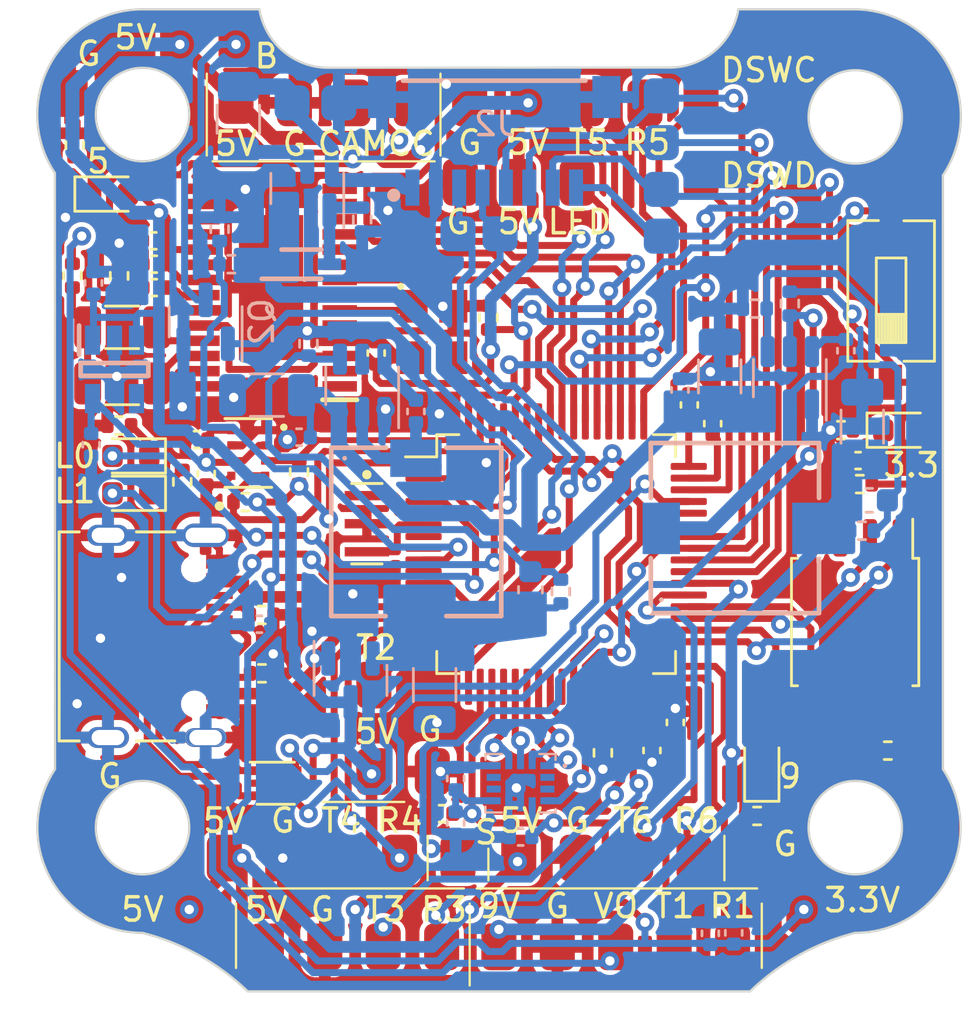
<source format=kicad_pcb>
(kicad_pcb (version 20241229) (generator "pcbnew") (generator_version "9.0")
  (layers (0 "F.Cu" signal) (2 "B.Cu" signal) (13 "F.Paste" user) (15 "B.Paste" user) (5 "F.SilkS" user "F.Silkscreen") (7 "B.SilkS" user "B.Silkscreen") (1 "F.Mask" user) (3 "B.Mask" user) (25 "Edge.Cuts" user))
  (net 0 "")
  (net 1 "+5V")
  (net 2 "Earth")
  (net 3 "Net-(C2-Pad1)")
  (net 4 "Net-(C2-Pad2)")
  (net 5 "Net-(C3-Pad1)")
  (net 6 "Net-(C6-Pad1)")
  (net 7 "V_IN")
  (net 8 "FLASH_MISO")
  (net 9 "VIN")
  (net 10 "Net-(C16-Pad1)")
  (net 11 "Net-(C16-Pad2)")
  (net 12 "Net-(C17-Pad1)")
  (net 13 "Net-(C17-Pad2)")
  (net 14 "+9V")
  (net 15 "Net-(C18-Pad2)")
  (net 16 "+5VBEC")
  (net 17 "Net-(C19-Pad2)")
  (net 18 "+3.3V")
  (net 19 "Net-(C31-Pad1)")
  (net 20 "VBUS")
  (net 21 "Net-(D2-Pad2)")
  (net 22 "Net-(D3-Pad1)")
  (net 23 "Net-(D4-Pad1)")
  (net 24 "Net-(D5-Pad1)")
  (net 25 "Net-(D6-Pad1)")
  (net 26 "LED0")
  (net 27 "Net-(D7-Pad1)")
  (net 28 "LED1")
  (net 29 "VLIPO")
  (net 30 "Net-(F1-Pad2)")
  (net 31 "Net-(J1-PadA5)")
  (net 32 "Net-(J1-PadA6)")
  (net 33 "Net-(J1-PadA7)")
  (net 35 "Net-(J1-PadB5)")
  (net 37 "ADC_CURR")
  (net 38 "UART2_RX")
  (net 39 "S1")
  (net 40 "S2")
  (net 41 "S3")
  (net 42 "S4")
  (net 43 "UART3_TX")
  (net 44 "UART5_TX")
  (net 45 "UART3_RX")
  (net 46 "UART5_RX")
  (net 47 "LED")
  (net 48 "V_OUT")
  (net 49 "UART4_TX")
  (net 50 "UART1_TX")
  (net 51 "UART4_RX")
  (net 52 "CAMERA_CONTROL")
  (net 53 "UART1_RX")
  (net 54 "SWD")
  (net 55 "PIN_B-")
  (net 56 "UART6_TX")
  (net 57 "SWC")
  (net 58 "UART6_RX")
  (net 59 "UART2_TX")
  (net 60 "SERVO_1")
  (net 61 "BEEPER")
  (net 62 "I2C_SDA")
  (net 63 "I2C_SCL")
  (net 64 "9V_ENABLE")
  (net 65 "ADC_VBAT")
  (net 66 "Net-(R13-Pad1)")
  (net 67 "Net-(R14-Pad1)")
  (net 68 "Net-(C32-Pad1)")
  (net 69 "Net-(R17-Pad2)")
  (net 72 "Net-(U1-Pad5)")
  (net 73 "Net-(U1-Pad6)")
  (net 75 "OSD_CS")
  (net 76 "OSD_MOSI")
  (net 77 "OSD_SCK")
  (net 78 "OSD_MISO")
  (net 88 "Net-(U2-Pad5)")
  (net 89 "Net-(U2-Pad6)")
  (net 93 "GYRO_CS")
  (net 94 "GYRO_SCK")
  (net 95 "GYRO_SDO")
  (net 96 "GYRO_SDA")
  (net 97 "GYRO_INIT")
  (net 99 "FLASH_CS")
  (net 100 "FLASH_SCK")
  (net 101 "FLASH_MOSI")
  (net 103 "USB_D-")
  (net 104 "USB_D+")
  (net 111 "Net-(R18-Pad2)")
  (footprint "AA_RPK:PAD_20_15" (layer "F.Cu") (at 144.9 111.9)
    (property "Reference" "P37" (hide yes))
    (property "Value" "T2")
  )
  (footprint "Capacitor_SMD:C_0402_1005Metric" (layer "F.Cu") (at 165.62 102.3 180)
    (property "Reference" "C27" (hide yes))
    (property "Value" "100nF" (hide yes))
  )
  (footprint "Resistor_SMD:R_0402_1005Metric" (layer "F.Cu") (at 161.3 117.5)
    (property "Reference" "R21" (hide yes))
    (property "Value" "620" (hide yes))
  )
  (footprint "Resistor_SMD:R_0402_1005Metric" (layer "F.Cu") (at 132 94.39 90)
    (property "Reference" "R1" (hide yes))
    (property "Value" "75" (hide yes))
  )
  (footprint "AA_RPK:PAD_20_15" (layer "F.Cu") (at 148.6 90.4)
    (property "Reference" "P8" (hide yes))
    (property "Value" "G")
  )
  (footprint "AA_RPK:PAD_20_15" (layer "F.Cu") (at 153.6 90.4)
    (property "Reference" "P11" (hide yes))
    (property "Value" "LED")
  )
  (footprint "AA_RPK:SW_DIP_SPSTx01_Slide_6.7x4.1mm_W8.61mm_P2.54mm_LowProfile" (layer "F.Cu") (at 167 95.35 90)
    (property "Reference" "SW1" (hide yes))
    (property "Value" "SW_Push" (hide yes))
  )
  (footprint "Resistor_SMD:R_0402_1005Metric" (layer "F.Cu") (at 165.695 103.305)
    (property "Reference" "R13" (hide yes))
    (property "Value" "10k" (hide yes))
  )
  (footprint "AA_RPK:PAD_20_15" (layer "F.Cu") (at 157.75 123.1)
    (property "Reference" "P21" (hide yes))
    (property "Value" "T1")
  )
  (footprint "Resistor_SMD:R_0402_1005Metric" (layer "F.Cu") (at 149.8 96.185 -90)
    (property "Reference" "R17" (hide yes))
    (property "Value" "10k" (hide yes))
  )
  (footprint "AA_RPK:PAD_20_15" (layer "F.Cu") (at 140.3 123.1)
    (property "Reference" "P1" (hide yes))
    (property "Value" "5V")
  )
  (footprint "Capacitor_SMD:C_1206_3216Metric" (layer "F.Cu") (at 134.125 99 180)
    (property "Reference" "C2" (hide yes))
    (property "Value" "47uF" (hide yes))
  )
  (footprint "AA_RPK:PAD_20_15" (layer "F.Cu") (at 141 119.3)
    (property "Reference" "P16" (hide yes))
    (property "Value" "G")
  )
  (footprint "Capacitor_SMD:C_1206_3216Metric" (layer "F.Cu") (at 134.125 96.6 180)
    (property "Reference" "C3" (hide yes))
    (property "Value" "47uF" (hide yes))
  )
  (footprint "Resistor_SMD:R_0402_1005Metric" (layer "F.Cu") (at 132.1 88.81 -90)
    (property "Reference" "R20" (hide yes))
    (property "Value" "220" (hide yes))
  )
  (footprint "Resistor_SMD:R_0402_1005Metric" (layer "F.Cu") (at 134 94.4 -90)
    (property "Reference" "R2" (hide yes))
    (property "Value" "75" (hide yes))
  )
  (footprint "AA_RPK:PAD_20_15" (layer "F.Cu") (at 141.5 87)
    (property "Reference" "P17" (hide yes))
    (property "Value" "G")
  )
  (footprint "X322516MRB4SI:X322516MRB4SI" (layer "F.Cu") (at 147.45 96.8 -90)
    (property "Reference" "X1" (hide yes))
    (property "Value" "X322516MRB4SI" (hide yes))
  )
  (footprint "Capacitor_SMD:C_0402_1005Metric" (layer "F.Cu") (at 145 97.7 90)
    (property "Reference" "C1" (hide yes))
    (property "Value" "100nF" (hide yes))
  )
  (footprint "AA_RPK:PAD_20_15" (layer "F.Cu") (at 155.25 123.1)
    (property "Reference" "P18" (hide yes))
    (property "Value" "VO")
  )
  (footprint "AA_RPK:PAD_20_15" (layer "F.Cu") (at 152.75 123.1)
    (property "Reference" "P15" (hide yes))
    (property "Value" "G")
  )
  (footprint "AA_RPK:PAD_20_15" (layer "F.Cu") (at 148.5 119.3)
    (property "Reference" "P41" (hide yes))
    (property "Value" "S")
  )
  (footprint "CSTCE8M00G52-R0:OSC_CSTCE8M00G52-R0" (layer "F.Cu") (at 144.6 105 -90)
    (property "Reference" "Y1" (hide yes))
    (property "Value" "CSTCE8M00G52-R0" (hide yes))
  )
  (footprint "AA_RPK:PAD_20_15" (layer "F.Cu") (at 163.3 121.5)
    (property "Reference" "P38" (hide yes))
    (property "Value" "3.3V")
  )
  (footprint "Capacitor_SMD:C_0402_1005Metric" (layer "F.Cu") (at 158.4 99.92 90)
    (property "Reference" "C30" (hide yes))
    (property "Value" "100nF" (hide yes))
  )
  (footprint "AA_RPK:PAD_20_15" (layer "F.Cu") (at 154 87)
    (property "Reference" "P7" (hide yes))
    (property "Value" "T5")
  )
  (footprint "Capacitor_SMD:C_0402_1005Metric" (layer "F.Cu") (at 147.8 117.4 180)
    (property "Reference" "C29" (hide yes))
    (property "Value" "100nF" (hide yes))
  )
  (footprint "AA_RPK:PAD_20_15" (layer "F.Cu") (at 144.9 115.6)
    (property "Reference" "P36" (hide yes))
    (property "Value" "5V")
  )
  (footprint "AA_RPK:PAD_20_15" (layer "F.Cu") (at 147.8 123.1)
    (property "Reference" "P9" (hide yes))
    (property "Value" "R3")
  )
  (footprint "Resistor_SMD:R_0402_1005Metric" (layer "F.Cu") (at 140.1 108.9 180)
    (property "Reference" "R15" (hide yes))
    (property "Value" "5k1" (hide yes))
  )
  (footprint "Capacitor_SMD:C_0402_1005Metric" (layer "F.Cu") (at 137.312106 101.4)
    (property "Reference" "C11" (hide yes))
    (property "Value" "100nF" (hide yes))
  )
  (footprint "Capacitor_SMD:C_0402_1005Metric" (layer "F.Cu") (at 135.48 92.9)
    (property "Reference" "C5" (hide yes))
    (property "Value" "100nF" (hide yes))
  )
  (footprint "AA_RPK:PAD_20_15" (layer "F.Cu") (at 150.25 123.1)
    (property "Reference" "P12" (hide yes))
    (property "Value" "9V")
  )
  (footprint "AA_RPK:PAD_20_15" (layer "F.Cu") (at 147.4 115.6)
    (property "Reference" "P39" (hide yes))
    (property "Value" "G")
  )
  (footprint "AA_RPK:PAD_20_15" (layer "F.Cu") (at 131.9 86.6)
    (property "Reference" "P32" (hide yes))
    (property "Value" "G")
  )
  (footprint "Resistor_SMD:R_0402_1005Metric" (layer "F.Cu") (at 136.7 103.21 90)
    (property "Reference" "R23" (hide yes))
    (property "Value" "75" (hide yes))
  )
  (footprint "Package_QFP:LQFP-64_10x10mm_P0.5mm" (layer "F.Cu") (at 152.7 106.3)
    (property "Reference" "U2" (hide yes))
    (property "Value" "STM32F405RGT6" (hide yes))
  )
  (footprint "AA_RPK:PAD_20_15" (layer "F.Cu") (at 146 119.3)
    (property "Reference" "P22" (hide yes))
    (property "Value" "R4")
  )
  (footprint "AA_RPK:PAD_20_15" (layer "F.Cu") (at 143.5 119.3)
    (property "Reference" "P19" (hide yes))
    (property "Value" "T4")
  )
  (footprint "Resistor_SMD:R_0402_1005Metric" (layer "F.Cu") (at 166.895 114.705)
    (property "Reference" "R14" (hide yes))
    (property "Value" "10k" (hide yes))
  )
  (footprint "Resistor_SMD:R_0402_1005Metric" (layer "F.Cu") (at 139.4 104.075)
    (property "Reference" "R4" (hide yes))
    (property "Value" "2k2" (hide yes))
  )
  (footprint "LED_SMD:LED_0603_1608Metric" (layer "F.Cu") (at 167.4875 101)
    (property "Reference" "D3" (hide yes))
    (property "Value" "3.3")
  )
  (footprint "Resistor_SMD:R_0402_1005Metric" (layer "F.Cu") (at 154.7 114.8 90)
    (property "Reference" "R18" (hide yes))
    (property "Value" "10k" (hide yes))
  )
  (footprint "Resistor_SMD:R_0402_1005Metric" (layer "F.Cu") (at 140.11 111.4 180)
    (property "Reference" "R16" (hide yes))
    (property "Value" "5k1" (hide yes))
  )
  (footprint "Package_SO:SOIC-8_5.23x5.23mm_P1.27mm" (layer "F.Cu") (at 165.495 109.205 -90)
    (property "Reference" "U8" (hide yes))
    (property "Value" "W25Q128JVS")
  )
  (footprint "AA_RPK:SOP65P640X120-29N" (layer "F.Cu") (at 140.5 94.9 180)
    (property "Reference" "U1" (hide yes))
    (property "Value" "AT7456E" (hide yes))
  )
  (footprint "AA_RPK:PAD_20_15" (layer "F.Cu") (at 158.9 87)
    (property "Reference" "P31" (hide yes))
    (property "Value" "DSWC")
  )
  (footprint "AA_RPK:PAD_20_15" (layer "F.Cu") (at 158.9 90.1)
    (property "Reference" "P28" (hide yes))
    (property "Value" "DSWD")
  )
  (footprint "LED_SMD:LED_0603_1608Metric" (layer "F.Cu") (at 134.5 103.7 180)
    (property "Reference" "D7" (hide yes))
    (property "Value" "L1")
  )
  (footprint "Capacitor_SMD:C_0402_1005Metric" (layer "F.Cu") (at 137.7275 102.855 90)
    (property "Reference" "C10" (hide yes))
    (property "Value" "100nF" (hide yes))
  )
  (footprint "Resistor_SMD:R_0402_1005Metric" (layer "F.Cu") (at 134 100.8)
    (property "Reference" "R22" (hide yes))
    (property "Value" "75" (hide yes))
  )
  (footprint "LED_SMD:LED_0603_1608Metric" (layer "F.Cu") (at 161.5 115.3875 90)
    (property "Reference" "D5" (hide yes))
    (property "Value" "9")
  )
  (footprint "Capacitor_SMD:C_0402_1005Metric" (layer "F.Cu") (at 159.4 100.72 90)
    (property "Reference" "C32" (hide yes))
    (property "Value" "2.2uF" (hide yes))
  )
  (footprint "AA_RPK:PAD_20_15" (layer "F.Cu") (at 136.5 84.3)
    (property "Reference" "P26" (hide yes))
    (property "Value" "5V")
  )
  (footprint "AA_RPK:PAD_20_15" (layer "F.Cu") (at 146.5 87)
    (property "Reference" "P23" (hide yes))
    (property "Value" "CC")
  )
  (footprint "AA_RPK:PAD_20_15" (layer "F.Cu") (at 144 87)
    (property "Reference" "P20" (hide yes))
    (property "Value" "CAM")
  )
  (footprint "Capacitor_SMD:C_0402_1005Metric" (layer "F.Cu") (at 135.5 93.9)
    (property "Reference" "C4" (hide yes))
    (property "Value" "100nF" (hide yes))
  )
  (footprint "USBC16P:VALCON_CSP-USC16-TR" (layer "F.Cu") (at 138.29 109.82075 -90)
    (property "Reference" "J1" (hide yes))
    (property "Value" "CSP-USC16-TR" (hide yes))
    (fp_line (start 4 1.14) (end 4 0.09) (stroke (width 0.01)) (layer "Edge.Cuts"))
    (fp_line (start 4.65 0.04) (end 4.65 1.14) (stroke (width 0.01)) (layer "Edge.Cuts"))
    (fp_arc (start 4.32 1.44) (mid 4.097868 1.356274) (end 4 1.14) (stroke (width 0.01)) (layer "Edge.Cuts"))
    (fp_arc (start 4.65 1.14) (mid 4.547132 1.358345) (end 4.32 1.44) (stroke (width 0.01)) (layer "Edge.Cuts"))
    (fp_arc (start 4 0.09) (mid 4.087513 -0.151274) (end 4.32 -0.26) (stroke (width 0.01)) (layer "Edge.Cuts"))
    (fp_arc (start 4.32 -0.26) (mid 4.547132 -0.178345) (end 4.65 0.04) (stroke (width 0.01)) (layer "Edge.Cuts"))
  )
  (footprint "Resistor_SMD:R_0402_1005Metric" (layer "F.Cu") (at 164.89 101)
    (property "Reference" "R19" (hide yes))
    (property "Value" "47" (hide yes))
  )
  (footprint "AA_RPK:PAD_20_15" (layer "F.Cu") (at 151.1 90.4)
    (property "Reference" "P5" (hide yes))
    (property "Value" "5V")
  )
  (footprint "AA_RPK:PAD_20_15" (layer "F.Cu") (at 132.3 116.1)
    (property "Reference" "P35" (hide yes))
    (property "Value" "G")
  )
  (footprint "AA_RPK:PAD_20_15" (layer "F.Cu") (at 151.5 87)
    (property "Reference" "P2" (hide yes))
    (property "Value" "5V")
  )
  (footprint "Capacitor_SMD:C_0402_1005Metric" (layer "F.Cu") (at 157.8 113.5 90)
    (property "Reference" "C25" (hide yes))
    (property "Value" "100nF" (hide yes))
  )
  (footprint "AA_RPK:PAD_20_15" (layer "F.Cu") (at 153.6 119.3)
    (property "Reference" "P27" (hide yes))
    (property "Value" "G")
  )
  (footprint "Capacitor_SMD:C_0402_1005Metric" (layer "F.Cu") (at 135.5 94.9 180)
    (property "Reference" "C6" (hide yes))
    (property "Value" "100nF" (hide yes))
  )
  (footprint "Capacitor_SMD:C_0402_1005Metric" (layer "F.Cu") (at 156.8 114.7 -90)
    (property "Reference" "C31" (hide yes))
    (property "Value" "2.2uF" (hide yes))
  )
  (footprint "AA_RPK:PAD_20_15" (layer "F.Cu") (at 142.8 123.1)
    (property "Reference" "P3" (hide yes))
    (property "Value" "G")
  )
  (footprint "AA_RPK:PAD_20_15" (layer "F.Cu") (at 145.3 123.1)
    (property "Reference" "P6" (hide yes))
    (property "Value" "T3")
  )
  (footprint "Resistor_SMD:R_0402_1005Metric" (layer "F.Cu") (at 141.7 102.79 -90)
    (property "Reference" "R3" (hide yes))
    (property "Value" "2k2" (hide yes))
  )
  (footprint "AA_RPK:PAD_20_15" (layer "F.Cu") (at 156.1 119.3)
    (property "Reference" "P30" (hide yes))
    (property "Value" "T6")
  )
  (footprint "AA_RPK:PAD_20_15" (layer "F.Cu") (at 161.1 119.3)
    (property "Reference" "P40" (hide yes))
    (property "Value" "G")
  )
  (footprint "AA_RPK:PAD_20_15" (layer "F.Cu") (at 158.6 119.3)
    (property "Reference" "P33" (hide yes))
    (property "Value" "R6")
  )
  (footprint "LED_SMD:LED_0603_1608Metric" (layer "F.Cu") (at 134.5 102.1 180)
    (property "Reference" "D6" (hide yes))
    (property "Value" "L0")
  )
  (footprint "AA_RPK:PAD_20_15" (layer "F.Cu") (at 149 87)
    (property "Reference" "P4" (hide yes))
    (property "Value" "G")
  )
  (footprint "AA_RPK:PAD_20_15" (layer "F.Cu") (at 139 84.3)
    (property "Reference" "P29" (hide yes))
    (property "Value" "B")
  )
  (footprint "AA_RPK:PAD_20_15" (layer "F.Cu") (at 151.1 119.3)
    (property "Reference" "P25" (hide yes))
    (property "Value" "5V")
  )
  (footprint "AA_RPK:PAD_20_15" (layer "F.Cu") (at 138.5 119.3)
    (property "Reference" "P13" (hide yes))
    (property "Value" "5V")
  )
  (footprint "AA_RPK:PAD_20_15" (layer "F.Cu") (at 139 86.9)
    (property "Reference" "P14" (hide yes))
    (property "Value" "5V")
  )
  (footprint "AA_RPK:PAD_20_15" (layer "F.Cu") (at 137 121.5)
    (property "Reference" "P34" (hide yes))
    (property "Value" "5V")
  )
  (footprint "AA_RPK:PAD_20_15" (layer "F.Cu") (at 156.5 87)
    (property "Reference" "P10" (hide yes))
    (property "Value" "R5")
  )
  (footprint "DPS310:XDCR_DPS310XTSA1" (layer "F.Cu") (at 139.525 101.975)
    (property "Reference" "U4" (hide yes))
    (property "Value" "DPS310XTSA1" (hide yes))
  )
  (footprint "AA_RPK:PAD_20_15" (layer "F.Cu") (at 160.25 123.1)
    (property "Reference" "P24" (hide yes))
    (property "Value" "R1")
  )
  (footprint "LED_SMD:LED_0603_1608Metric" (layer "F.Cu") (at 133.5875 90.9)
    (property "Reference" "D4" (hide yes))
    (property "Value" "5")
  )
  (footprint "Package_TO_SOT_SMD:SOT-666" (layer "F.Cu") (at 140.7 116.1)
    (property "Reference" "U9" (hide yes))
    (property "Value" "USBLC6-2P6" (hide yes))
  )
  (footprint "Resistor_SMD:R_0402_1005Metric" (layer "B.Cu") (at 142.1 97.3 -90)
    (property "Reference" "R9" (hide yes))
    (property "Value" "13k3" (hide yes))
  )
  (footprint "Capacitor_SMD:C_1206_3216Metric" (layer "B.Cu") (at 140.325 99.5)
    (property "Reference" "C13" (hide yes))
    (property "Value" "10uF" (hide yes))
  )
  (footprint "Resistor_SMD:R_0402_1005Metric" (layer "B.Cu") (at 161.2 95.8)
    (property "Reference" "R7" (hide yes))
    (property "Value" "6k2" (hide yes))
  )
  (footprint "AA_RPK:TPOINT" (layer "B.Cu") (at 157.2 86.7 180)
    (property "Reference" "TP4" (hide yes))
    (property "Value" "M1")
  )
  (footprint "Package_TO_SOT_SMD:SOT-23" (layer "B.Cu") (at 142.05 90.6625 90)
    (property "Reference" "Q1" (hide yes))
    (property "Value" "AO3401A" (hide yes))
  )
  (footprint "Capacitor_SMD:C_0402_1005Metric" (layer "B.Cu") (at 132.9 94.7 90)
    (property "Reference" "C22" (hide yes))
    (property "Value" "1uF" (hide yes))
  )
  (footprint "Capacitor_SMD:C_1206_3216Metric" (layer "B.Cu") (at 165.8 100.85 -90)
    (property "Reference" "C20" (hide yes))
    (property "Value" "47uF" (hide yes))
  )
  (footprint "Fuse:Fuse_1206_3216Metric" (layer "B.Cu") (at 139.1 87.7 -90)
    (property "Reference" "F1" (hide yes))
    (property "Value" "CFS12V3T5R0" (hide yes))
  )
  (footprint "Resistor_SMD:R_0402_1005Metric" (layer "B.Cu") (at 138.8 93.9)
    (property "Reference" "R11" (hide yes))
    (property "Value" "18k" (hide yes))
  )
  (footprint "Capacitor_SMD:C_0402_1005Metric" (layer "B.Cu") (at 158 99.28 -90)
    (property "Reference" "C14" (hide yes))
    (property "Value" "100nF" (hide yes))
  )
  (footprint "Package_TO_SOT_SMD:SOT-23" (layer "B.Cu") (at 137.7 96.3625 90)
    (property "Reference" "Q2")
    (property "Value" "AO3400A")
  )
  (footprint "Capacitor_SMD:C_0402_1005Metric" (layer "B.Cu") (at 132.8 101.62 -90)
    (property "Reference" "C23" (hide yes))
    (property "Value" "1uF" (hide yes))
  )
  (footprint "Resistor_SMD:R_0402_1005Metric" (layer "B.Cu") (at 162.7 95.585 90)
    (property "Reference" "R5" (hide yes))
    (property "Value" "10k" (hide yes))
  )
  (footprint "JST-SH-8:JST_SM08B-SRSS-TB" (layer "B.Cu") (at 150.05 85.85)
    (property "Reference" "J2")
    (property "Value" "SM08B-SRSS-TB" (hide yes))
  )
  (footprint "MM3Z10VT1G:SOD2512X110N" (layer "B.Cu") (at 141.8 93.9)
    (property "Reference" "D2" (hide yes))
    (property "Value" "MM3Z10VT1G" (hide yes))
  )
  (footprint "Capacitor_SMD:C_0402_1005Metric" (layer "B.Cu") (at 146.7 100.2 90)
    (property "Reference" "C17" (hide yes))
    (property "Value" "100nF" (hide yes))
  )
  (footprint "AA_RPK:ICM-42688-P" (layer "B.Cu") (at 151.175 116.1 180)
    (property "Reference" "U3" (hide yes))
    (property "Value" "ICM-42688-P" (hide yes))
  )
  (footprint "L7_7_4:L7_7_4" (layer "B.Cu") (at 146.7 105.4 -90)
    (property "Reference" "L2" (hide yes))
    (property "Value" "10uH" (hide yes))
  )
  (footprint "Capacitor_SMD:C_0402_1005Metric" (layer "B.Cu") (at 151.18 118.4)
    (property "Reference" "C7" (hide yes))
    (property "Value" "10nF" (hide yes))
  )
  (footprint "AA_RPK:TPOINT" (layer "B.Cu") (at 157.2 88.7 180)
    (property "Reference" "TP3" (hide yes))
    (property "Value" "M2")
  )
  (footprint "Capacitor_SMD:C_0603_1608Metric" (layer "B.Cu") (at 151.6 107.825 90)
    (property "Reference" "C19" (hide yes))
    (property "Value" "100pF" (hide yes))
  )
  (footprint "AA_RPK:TPOINT" (layer "B.Cu") (at 150.3 92.6 180)
    (property "Reference" "TP5" (hide yes))
    (property "Value" "RX2")
  )
  (footprint "Resistor_SMD:R_0402_1005Metric" (layer "B.Cu") (at 152.9 107.9 -90)
    (property "Reference" "R8" (hide yes))
    (property "Value" "100k" (hide yes))
  )
  (footprint "Capacitor_SMD:C_1206_3216Metric" (layer "B.Cu") (at 147.5 111.9 90)
    (property "Reference" "C21" (hide yes))
    (property "Value" "47uF" (hide yes))
  )
  (footprint "L7_7_4:L7_7_4" (layer "B.Cu") (at 160.4 105.2)
    (property "Reference" "L1" (hide yes))
    (property "Value" "15uH" (hide yes))
  )
  (footprint "AA_RPK:TPOINT" (layer "B.Cu") (at 157.2 90.7 180)
    (property "Reference" "TP2" (hide yes))
    (property "Value" "M3")
  )
  (footprint "Capacitor_SMD:C_0402_1005Metric" (layer "B.Cu") (at 165.1 97.6 90)
    (property "Reference" "C16" (hide yes))
    (property "Value" "100nF" (hide yes))
  )
  (footprint "Resistor_SMD:R_0402_1005Metric" (layer "B.Cu") (at 165.79 105.3 180)
    (property "Reference" "R6" (hide yes))
    (property "Value" "100k" (hide yes))
  )
  (footprint "Capacitor_SMD:C_1206_3216Metric" (layer "B.Cu") (at 159.7 98.7 -90)
    (property "Reference" "C12" (hide yes))
    (property "Value" "10uF" (hide yes))
  )
  (footprint "RT9013-33GB:SOT94P279X130-5N" (layer "B.Cu") (at 133.8 98.4 -90)
    (property "Reference" "U7" (hide yes))
    (property "Value" "RT9013-33GB" (hide yes))
  )
  (footprint "Package_TO_SOT_SMD:SOT-23" (layer "B.Cu") (at 143.9 111.7 -90)
    (property "Reference" "D1" (hide yes))
    (property "Value" "BAT54C" (hide yes))
  )
  (footprint "Resistor_SMD:R_0402_1005Metric" (layer "B.Cu") (at 138.3 92.4 -90)
    (property "Reference" "R12" (hide yes))
    (property "Value" "2k" (hide yes))
  )
  (footprint "Capacitor_SMD:C_0402_1005Metric" (layer "B.Cu") (at 141.7 101.3)
    (property "Reference" "C15" (hide yes))
    (property "Value" "100nF" (hide yes))
  )
  (footprint "Capacitor_SMD:C_0402_1005Metric" (layer "B.Cu") (at 148.4 115.9 -90)
    (property "Reference" "C9" (hide yes))
    (property "Value" "2.2uF" (hide yes))
  )
  (footprint "Capacitor_SMD:C_0402_1005Metric" (layer "B.Cu") (at 148.4 117.8 90)
    (property "Reference" "C8" (hide yes))
    (property "Value" "0.1uF" (hide yes))
  )
  (footprint "AA_RPK:TPOINT" (layer "B.Cu") (at 141.4 87 180)
    (property "Reference" "TP8" (hide yes))
    (property "Value" "VESC")
  )
  (footprint "AA_RPK:TPOINT" (layer "B.Cu") (at 143.4 87 180)
    (property "Reference" "TP7" (hide yes))
    (property "Value" "GE")
  )
  (footprint "Package_TO_SOT_SMD:SOT-23-6" (layer "B.Cu") (at 144.4 99.1 90)
    (property "Reference" "U6" (hide yes))
    (property "Value" "TPS54302" (hide yes))
  )
  (footprint "Capacitor_SMD:C_0402_1005Metric" (layer "B.Cu") (at 160.3 122.5 90)
    (property "Reference" "C28" (hide yes))
    (property "Value" "100nF" (hide yes))
  )
  (footprint "Capacitor_SMD:C_0603_1608Metric" (layer "B.Cu") (at 166.1 104)
    (property "Reference" "C18" (hide yes))
    (property "Value" "150pF" (hide yes))
  )
  (footprint "AA_RPK:TPOINT" (layer "B.Cu") (at 157.2 92.7 180)
    (property "Reference" "TP1" (hide yes))
    (property "Value" "M4")
  )
  (footprint "Resistor_SMD:R_0402_1005Metric" (layer "B.Cu") (at 144.4 91.99 90)
    (property "Reference" "R10" (hide yes))
    (property "Value" "100k" (hide yes))
  )
  (footprint "AA_RPK:TPOINT" (layer "B.Cu") (at 148.5 92.6 180)
    (property "Reference" "TP6" (hide yes))
    (property "Value" "CUR")
  )
  (footprint "Package_TO_SOT_SMD:SOT-23-6" (layer "B.Cu") (at 162.7 98.775 90)
    (property "Reference" "U5" (hide yes))
    (property "Value" "TPS54302" (hide yes))
  )
  (footprint "Capacitor_SMD:C_0402_1005Metric" (layer "B.Cu") (at 140 109.3 180)
    (property "Reference" "C26" (hide yes))
    (property "Value" "100nF" (hide yes))
  )
  (footprint "Capacitor_SMD:C_0402_1005Metric" (layer "B.Cu") (at 159.3 122.52 90)
    (property "Reference" "C24" (hide yes))
    (property "Value" "1uF")
  )
  (gr_line (start 139 124) (end 139 121.25) (stroke (width 0.1)) (layer "F.SilkS"))
  (gr_line (start 138 89.5) (end 147.5 89.5) (stroke (width 0.1)) (layer "F.SilkS"))
  (gr_line (start 142.7 116.9) (end 146.2 116.9) (stroke (width 0.1)) (layer "F.SilkS"))
  (gr_line (start 159.9 120.25) (end 159.9 118.35) (stroke (width 0.1)) (layer "F.SilkS"))
  (gr_line (start 147.2 120.25) (end 147.2 118.35) (stroke (width 0.1)) (layer "F.SilkS"))
  (gr_line (start 149 124.75) (end 149 121.25) (stroke (width 0.1)) (layer "F.SilkS"))
  (gr_line (start 137.75 89.25) (end 137.75 85.75) (stroke (width 0.1)) (layer "F.SilkS"))
  (gr_line (start 149.8 120.25) (end 149.8 118.9) (stroke (width 0.1)) (layer "F.SilkS"))
  (gr_line (start 139.25 120.6) (end 148.75 120.6) (stroke (width 0.1)) (layer "F.SilkS"))
  (gr_line (start 161.5 124) (end 161.5 121.25) (stroke (width 0.1)) (layer "F.SilkS"))
  (gr_line (start 147.75 85.75) (end 147.75 89.25) (stroke (width 0.1)) (layer "F.SilkS"))
  (gr_line (start 149.3 120.6) (end 161.3 120.6) (stroke (width 0.1)) (layer "F.SilkS"))
  (gr_arc (start 161 125) (mid 163.086009 123.454482) (end 165.499388 122.497578) (stroke (width 0.1)) (layer "Edge.Cuts"))
  (gr_arc (start 160.499999 83) (mid 159.480987 84.785374) (end 157.550416 85.491662) (stroke (width 0.1)) (layer "Edge.Cuts"))
  (gr_arc (start 169.25 115.5) (mid 169.472028 120.122933) (end 165.499388 122.497578) (stroke (width 0.1)) (layer "Edge.Cuts"))
  (gr_line (start 142.95 85.5) (end 157.550416 85.491662) (stroke (width 0.1)) (layer "Edge.Cuts"))
  (gr_circle (center 135 87.5) (end 133 87.5) (stroke (width 0.1)) (fill no) (layer "Edge.Cuts"))
  (gr_arc (start 165.5 83) (mid 169.486359 85.434845) (end 169.25 90.1) (stroke (width 0.1)) (layer "Edge.Cuts"))
  (gr_arc (start 135 122.500001) (mid 137.413228 123.45619) (end 139.5 125) (stroke (width 0.1)) (layer "Edge.Cuts"))
  (gr_line (start 140 83) (end 135 83) (stroke (width 0.1)) (layer "Edge.Cuts"))
  (gr_line (start 131.25 90) (end 131.255774 115.503849) (stroke (width 0.1)) (layer "Edge.Cuts"))
  (gr_line (start 165.5 83) (end 160.5 83) (stroke (width 0.1)) (layer "Edge.Cuts"))
  (gr_arc (start 131.25 90) (mid 131.027449 85.376312) (end 135 83) (stroke (width 0.1)) (layer "Edge.Cuts"))
  (gr_circle (center 165.5 87.6) (end 163.5 87.6) (stroke (width 0.1)) (fill no) (layer "Edge.Cuts"))
  (gr_arc (start 142.95 85.5) (mid 141.016577 84.790939) (end 140 83) (stroke (width 0.1)) (layer "Edge.Cuts"))
  (gr_arc (start 135 122.5) (mid 131.032464 120.123361) (end 131.255774 115.503849) (stroke (width 0.1)) (layer "Edge.Cuts"))
  (gr_line (start 161 125) (end 139.5 125) (stroke (width 0.1)) (layer "Edge.Cuts"))
  (gr_circle (center 135 118) (end 133 118) (stroke (width 0.1)) (fill no) (layer "Edge.Cuts"))
  (gr_circle (center 165.5 118) (end 163.5 118) (stroke (width 0.1)) (fill no) (layer "Edge.Cuts"))
  (gr_line (start 169.25 90.1) (end 169.25 115.5) (stroke (width 0.1)) (layer "Edge.Cuts"))
  (segment (start 139 86.9) (end 140.6005 88.5005) (width 0.6) (layer "F.Cu") (net 1))
  (segment (start 145.35886 89.487067) (end 146.412933 89.487067) (width 0.6) (layer "F.Cu") (net 1))
  (segment (start 136.6 84.5) (end 139 86.9) (width 0.6) (layer "F.Cu") (net 1))
  (segment (start 151.7 92.3) (end 151.7 91) (width 0.5) (layer "F.Cu") (net 1))
  (segment (start 144.8 120.8) (end 144.1 121.5) (width 0.5) (layer "F.Cu") (net 1))
  (segment (start 145.2 99) (end 145 98.8) (width 0.3) (layer "F.Cu") (net 1))
  (segment (start 140.6005 88.5005) (end 144.372293 88.5005) (width 0.6) (layer "F.Cu") (net 1))
  (segment (start 144.372293 88.5005) (end 145.35886 89.487067) (width 0.6) (layer "F.Cu") (net 1))
  (segment (start 136.335 93.275) (end 135.96 92.9) (width 0.3) (layer "F.Cu") (net 1))
  (segment (start 149.7 99) (end 145.2 99) (width 0.3) (layer "F.Cu") (net 1))
  (segment (start 141.625 116.1) (end 142.25 116.1) (width 0.3) (layer "F.Cu") (net 1))
  (segment (start 151.05 119.45) (end 149 121.5) (width 0.5) (layer "F.Cu") (net 1))
  (segment (start 151.7 91) (end 151.1 90.4) (width 0.3) (layer "F.Cu") (net 1))
  (segment (start 135.96 91.96) (end 135.7 91.7) (width 0.5) (layer "F.Cu") (net 1))
  (segment (start 137.562 96.525) (end 138.5995 96.525) (width 0.3) (layer "F.Cu") (net 1))
  (segment (start 134.375 90.9) (end 134.9 90.9) (width 0.3) (layer "F.Cu") (net 1))
  (segment (start 142.3 116.05) (end 142.3 114.6) (width 0.3) (layer "F.Cu") (net 1))
  (segment (start 142.4255 97.825) (end 143.438 97.825) (width 0.3) (layer "F.Cu") (net 1))
  (segment (start 146.412933 89.487067) (end 146.9 89) (width 0.6) (layer "F.Cu") (net 1))
  (segment (start 138.5 119.3) (end 138.5 120) (width 0.5) (layer "F.Cu") (net 1))
  (segment (start 142.25 116.1) (end 142.3 116.05) (width 0.3) (layer "F.Cu") (net 1))
  (segment (start 138.5995 96.525) (end 138.7 96.6255) (width 0.3) (layer "F.Cu") (net 1))
  (segment (start 143.438 97.825) (end 144.645 97.825) (width 0.3) (layer "F.Cu") (net 1))
  (segment (start 144.645 97.825) (end 145 98.18) (width 0.3) (layer "F.Cu") (net 1))
  (segment (start 139.2495 119.3) (end 138.5 119.3) (width 0.5) (layer "F.Cu") (net 1))
  (segment (start 144.8 115.7) (end 144.8 120.8) (width 0.5) (layer "F.Cu") (net 1))
  (segment (start 139.2495 122.0495) (end 140.3 123.1) (width 0.5) (layer "F.Cu") (net 1))
  (segment (start 134.9 90.9) (end 135.7 91.7) (width 0.3) (layer "F.Cu") (net 1))
  (segment (start 151.1 119.4) (end 151.05 119.45) (width 0.5) (layer "F.Cu") (net 1))
  (segment (start 151.1 88.9) (end 151.1 87.4) (width 0.5) (layer "F.Cu") (net 1))
  (segment (start 151.1 87.4) (end 151.5 87) (width 0.3) (layer "F.Cu") (net 1))
  (segment (start 137.562 94.575) (end 136.657965 94.575) (width 0.3) (layer "F.Cu") (net 1))
  (segment (start 149.9 98.8) (end 149.7 99) (width 0.3) (layer "F.Cu") (net 1))
  (segment (start 135.98 93.9) (end 135.98 92.92) (width 0.5) (layer "F.Cu") (net 1))
  (segment (start 139.2495 119.3) (end 139.2495 122.0495) (width 0.5) (layer "F.Cu") (net 1))
  (segment (start 142.3505 97.9) (end 142.4255 97.825) (width 0.3) (layer "F.Cu") (net 1))
  (segment (start 138.7 96.6255) (end 138.7 98.4) (width 0.3) (layer "F.Cu") (net 1))
  (segment (start 142.3505 98.1495) (end 142.3505 97.9) (width 0.3) (layer "F.Cu") (net 1))
  (segment (start 136.657965 94.575) (end 135.982965 93.9) (width 0.3) (layer "F.Cu") (net 1))
  (segment (start 138.5 120) (end 137 121.5) (width 0.5) (layer "F.Cu") (net 1))
  (segment (start 137.562 93.275) (end 136.335 93.275) (width 0.3) (layer "F.Cu") (net 1))
  (segment (start 138.7 98.4) (end 142.1 98.4) (width 0.3) (layer "F.Cu") (net 1))
  (segment (start 135.96 92.9) (end 135.96 91.96) (width 0.5) (layer "F.Cu") (net 1))
  (segment (start 151.1 90.4) (end 151.1 88.9) (width 0.5) (layer "F.Cu") (net 1))
  (segment (start 149.9 97.5645) (end 149.9 98.8) (width 0.3) (layer "F.Cu") (net 1))
  (segment (start 135.982965 93.9) (end 135.98 93.9) (width 0.3) (layer "F.Cu") (net 1))
  (segment (start 142.1 98.4) (end 142.3505 98.1495) (width 0.3) (layer "F.Cu") (net 1))
  (segment (start 145 98.8) (end 145 98.18) (width 0.3) (layer "F.Cu") (net 1))
  (segment (start 151.1 119.3) (end 151.1 119.4) (width 0.5) (layer "F.Cu") (net 1))
  (segment (start 144.9 115.6) (end 144.8 115.7) (width 0.5) (layer "F.Cu") (net 1))
  (via (at 146.9 89) (size 0.8) (drill 0.4) (layers "F.Cu" "B.Cu") (net 1))
  (via (at 144.1 121.5) (size 0.8) (drill 0.4) (layers "F.Cu" "B.Cu") (net 1))
  (via (at 135.7 91.7) (size 0.8) (drill 0.4) (layers "F.Cu" "B.Cu") (net 1))
  (via (at 142.3 114.6) (size 0.8) (drill 0.4) (layers "F.Cu" "B.Cu") (net 1))
  (via (at 149 121.5) (size 0.8) (drill 0.4) (layers "F.Cu" "B.Cu") (net 1))
  (via (at 137 121.5) (size 0.8) (drill 0.4) (layers "F.Cu" "B.Cu") (net 1))
  (via (at 144.8 115.7) (size 0.8) (drill 0.4) (layers "F.Cu" "B.Cu") (net 1))
  (via (at 151.7 92.3) (size 0.8) (drill 0.4) (layers "F.Cu" "B.Cu") (net 1))
  (via (at 151.5 87) (size 0.8) (drill 0.4) (layers "F.Cu" "B.Cu") (net 1))
  (via (at 139.2495 119.3) (size 0.8) (drill 0.4) (layers "F.Cu" "B.Cu") (net 1))
  (via (at 149.9 97.5645) (size 0.8) (drill 0.4) (layers "F.Cu" "B.Cu") (net 1))
  (via (at 151.05 119.45) (size 0.8) (drill 0.4) (layers "F.Cu" "B.Cu") (net 1))
  (via (at 136.6 84.5) (size 0.8) (drill 0.4) (layers "F.Cu" "B.Cu") (net 1))
  (segment (start 133.8 84.5) (end 132 86.3) (width 0.6) (layer "B.Cu") (net 1))
  (segment (start 132 86.3) (end 132 89.1) (width 0.6) (layer "B.Cu") (net 1))
  (segment (start 134.6 91.7) (end 135.7 91.7) (width 0.6) (layer "B.Cu") (net 1))
  (segment (start 143.7 114.6) (end 144.8 115.7) (width 0.5) (layer "B.Cu") (net 1))
  (segment (start 140.137082 103.1) (end 139.654582 103.1) (width 0.5) (layer "B.Cu") (net 1))
  (segment (start 144.1 123.1) (end 143.0495 123.1) (width 0.5) (layer "B.Cu") (net 1))
  (segment (start 149.9 95.4) (end 151 94.3) (width 0.5) (layer "B.Cu") (net 1))
  (segment (start 140.941764 104.258236) (end 140.941764 103.904682) (width 0.5) (layer "B.Cu") (net 1))
  (segment (start 141.3505 104.666972) (end 140.941764 104.258236) (width 0.5) (layer "B.Cu") (net 1))
  (segment (start 151.7 93.6) (end 151 94.3) (width 0.5) (layer "B.Cu") (net 1))
  (segment (start 141.4 109.3) (end 141.3505 109.2505) (width 0.5) (layer "B.Cu") (net 1))
  (segment (start 134.865 96) (end 135.7 96) (width 0.3) (layer "B.Cu") (net 1))
  (segment (start 137.425 101.525) (end 136.9 101) (width 0.5) (layer "B.Cu") (net 1))
  (segment (start 149 121.5) (end 147.4 123.1) (width 0.5) (layer "B.Cu") (net 1))
  (segment (start 135.8 101) (end 135.7 100.9) (width 0.5) (layer "B.Cu") (net 1))
  (segment (start 136.6 84.5) (end 133.8 84.5) (width 0.6) (layer "B.Cu") (net 1))
  (segment (start 144.1 121.5) (end 144.1 123.1) (width 0.5) (layer "B.Cu") (net 1))
  (segment (start 134.69 96.175) (end 132.925 96.175) (width 0.3) (layer "B.Cu") (net 1))
  (segment (start 142.3 114.6) (end 143.7 114.6) (width 0.5) (layer "B.Cu") (net 1))
  (segment (start 132 89.1) (end 134.6 91.7) (width 0.6) (layer "B.Cu") (net 1))
  (segment (start 132.925 96.175) (end 132.9 96.2) (width 0.3) (layer "B.Cu") (net 1))
  (segment (start 151.7 92.3) (end 151.7 93.6) (width 0.5) (layer "B.Cu") (net 1))
  (segment (start 138.079582 101.525) (end 137.425 101.525) (width 0.5) (layer "B.Cu") (net 1))
  (segment (start 143.9 112.6375) (end 143.9 114.4) (width 0.5) (layer "B.Cu") (net 1))
  (segment (start 141.3505 109.2505) (end 141.3505 104.666972) (width 0.5) (layer "B.Cu") (net 1))
  (segment (start 134.74 97.15) (end 134.74 96.225) (width 0.3) (layer "B.Cu") (net 1))
  (segment (start 146.9 89) (end 148.9 87) (width 0.6) (layer "B.Cu") (net 1))
  (segment (start 135.7 100.9) (end 135.7 96) (width 0.5) (layer "B.Cu") (net 1))
  (segment (start 134.74 96.225) (end 134.69 96.175) (width 0.3) (layer "B.Cu") (net 1))
  (segment (start 149.9 97.5645) (end 149.9 95.4) (width 0.5) (layer "B.Cu") (net 1))
  (segment (start 140.941764 103.904682) (end 140.137082 103.1) (width 0.5) (layer "B.Cu") (net 1))
  (segment (start 139.654582 103.1) (end 138.079582 101.525) (width 0.5) (layer "B.Cu") (net 1))
  (segment (start 147.4 123.1) (end 144.1 123.1) (width 0.5) (layer "B.Cu") (net 1))
  (segment (start 142.8375 112.6375) (end 141.5125 111.3125) (width 0.5) (layer "B.Cu") (net 1))
  (segment (start 132.9 97.11) (end 132.86 97.15) (width 0.3) (layer "B.Cu") (net 1))
  (segment (start 148.9 87) (end 151.5 87) (width 0.6) (layer "B.Cu") (net 1))
  (segment (start 141.5125 110.4125) (end 141.4 110.3) (width 0.5) (layer "B.Cu") (net 1))
  (segment (start 134.69 96.175) (end 134.865 96) (width 0.3) (layer "B.Cu") (net 1))
  (segment (start 132.9 95.18) (end 132.9 96.2) (width 0.3) (layer "B.Cu") (net 1))
  (segment (start 141.4 110.3) (end 141.4 109.3) (width 0.5) (layer "B.Cu") (net 1))
  (segment (start 136.9 101) (end 135.8 101) (width 0.5) (layer "B.Cu") (net 1))
  (segment (start 141.5125 111.3125) (end 141.5125 110.4125) (width 0.5) (layer "B.Cu") (net 1))
  (segment (start 132.9 96.2) (end 132.9 97.11) (width 0.3) (layer "B.Cu") (net 1))
  (segment (start 143.9 112.6375) (end 142.8375 112.6375) (width 0.5) (layer "B.Cu") (net 1))
  (segment (start 135.7 91.7) (end 135.7 96) (width 0.5) (layer "B.Cu") (net 1))
  (segment (start 143.9 114.4) (end 143.7 114.6) (width 0.5) (layer "B.Cu") (net 1))
  (segment (start 143.0495 123.1) (end 139.2495 119.3) (width 0.5) (layer "B.Cu") (net 1))
  (segment (start 160.79 118.99) (end 161.1 119.3) (width 0.3) (layer "F.Cu") (net 2))
  (segment (start 138.425 93.925) (end 137.562 93.925) (width 0.3) (layer "F.Cu") (net 2))
  (segment (start 132.1 88.3) (end 132.1 86.8) (width 0.3) (layer "F.Cu") (net 2))
  (segment (start 138.29 106.47075) (end 138.29 106.08575) (width 0.3) (layer "F.Cu") (net 2))
  (segment (start 138.6495 94.1495) (end 138.425 93.925) (width 0.3) (layer "F.Cu") (net 2))
  (segment (start 140.61 108.9) (end 141.548987 108.9) (width 0.3) (layer "F.Cu") (net 2))
  (segment (start 154.537754 115.662246) (end 154.537754 116.219086) (width 0.3) (layer "F.Cu") (net 2))
  (segment (start 139.925 101) (end 140.25 101) (width 0.3) (layer "F.Cu") (net 2))
  (segment (start 138.29 106.08575) (end 137.7 105.49575) (width 0.3) (layer "F.Cu") (net 2))
  (segment (start 160.79 117.5) (end 160.79 118.99) (width 0.3) (layer "F.Cu") (net 2))
  (segment (start 165.14 101.76) (end 164.38 101) (width 0.3) (layer "F.Cu") (net 2))
  (segment (start 149.688693 102.388693) (end 149.6 102.3) (width 0.25) (layer "F.Cu") (net 2))
  (segment (start 140.5 94.9) (end 139.4 94.9) (width 0.3) (layer "F.Cu") (net 2))
  (segment (start 165.14 102.3) (end 165.14 101.76) (width 0.3) (layer "F.Cu") (net 2))
  (segment (start 141.548987 108.9) (end 142.2495 109.600513) (width 0.3) (layer "F.Cu") (net 2))
  (segment (start 146 97.9) (end 146.6 97.9) (width 0.3) (layer "F.Cu") (net 2))
  (segment (start 154.7 115.5) (end 154.537754 115.662246) (width 0.3) (layer "F.Cu") (net 2))
  (segment (start 149.6 102.3) (end 149.6 101.9) (width 0.25) (layer "F.Cu") (net 2))
  (segment (start 139.275 101.65) (end 139.925 101) (width 0.3) (layer "F.Cu") (net 2))
  (segment (start 148.2 86.2) (end 149 87) (width 0.3) (layer "F.Cu") (net 2))
  (segment (start 149.711307 102.388693) (end 149.688693 102.388693) (width 0.25) (layer "F.Cu") (net 2))
  (segment (start 145 97.22) (end 145.32 97.22) (width 0.3) (layer "F.Cu") (net 2))
  (segment (start 151.4 116.7) (end 151 116.3) (width 0.3) (layer "F.Cu") (net 2))
  (segment (start 132.1 86.8) (end 131.9 86.6) (width 0.3) (layer "F.Cu") (net 2))
  (segment (start 154.537754 116.219086) (end 154.05684 116.7) (width 0.3) (layer "F.Cu") (net 2))
  (segment (start 149.6 101.9) (end 149.45 101.75) (width 0.25) (layer "F.Cu") (net 2))
  (segment (start 154.05684 116.7) (end 151.4 116.7) (width 0.3) (layer "F.Cu") (net 2))
  (segment (start 138.415 103.335) (end 138.8 102.95) (width 0.3) (layer "F.Cu") (net 2))
  (segment (start 148 86.2) (end 148.2 86.2) (width 0.3) (layer "F.Cu") (net 2))
  (segment (start 138.5995 95.875) (end 138.6495 95.825) (width 0.3) (layer "F.Cu") (net 2))
  (segment (start 142.475 97.175) (end 143.438 97.175) (width 0.3) (layer "F.Cu") (net 2))
  (segment (start 145.32 97.22) (end 146 97.9) (width 0.3) (layer "F.Cu") (net 2))
  (segment (start 140.5 95.2) (end 142.05 96.75) (width 0.3) (layer "F.Cu") (net 2))
  (segment (start 137.562 95.875) (end 138.5995 95.875) (width 0.3) (layer "F.Cu") (net 2))
  (segment (start 140.5 94.9) (end 140.5 95.2) (width 0.3) (layer "F.Cu") (net 2))
  (segment (start 138.6495 95.825) (end 138.6495 94.1495) (width 0.3) (layer "F.Cu") (net 2))
  (segment (start 149.45 101.75) (end 149.45 100.625) (width 0.25) (layer "F.Cu") (net 2))
  (segment (start 139.4 94.9) (end 138.6495 94.1495) (width 0.3) (layer "F.Cu") (net 2))
  (segment (start 142.05 96.75) (end 142.475 97.175) (width 0.3) (layer "F.Cu") (net 2))
  (segment (start 137.7275 103.335) (end 138.415 103.335) (width 0.3) (layer "F.Cu") (net 2))
  (segment (start 138.8 101.65) (end 139.275 101.65) (width 0.3) (layer "F.Cu") (net 2))
  (via (at 147.8505 95.7) (size 0.8) (drill 0.4) (layers "F.Cu" "B.Cu") (net 2))
  (via (at 164.4495 101) (size 0.8) (drill 0.4) (layers "F.Cu" "B.Cu") (net 2))
  (via (at 141 119.3) (size 0.8) (drill 0.4) (layers "F.Cu" "B.Cu") (net 2))
  (via (at 134.1 107.3) (size 0.8) (drill 0.4) (layers "F.Cu" "B.Cu") (net 2))
  (via (at 147.7495 115.6) (size 0.8) (drill 0.4) (layers "F.Cu" "B.Cu") (net 2))
  (via (at 133.2 109.9) (size 0.8) (drill 0.4) (layers "F.Cu" "B.Cu") (net 2))
  (via (at 131.7 91.9) (size 0.8) (drill 0.4) (layers "F.Cu" "B.Cu") (net 2))
  (via (at 141.2 101.4) (size 0.8) (drill 0.4) (layers "F.Cu" "B.Cu") (net 2))
  (via (at 157.8 112.9) (size 0.8) (drill 0.4) (layers "F.Cu" "B.Cu") (net 2))
  (via (at 133.9 98.7) (size 0.8) (drill 0.4) (layers "F.Cu" "B.Cu") (net 2))
  (via (at 142.05 96.75) (size 0.8) (drill 0.4) (layers "F.Cu" "B.Cu") (net 2))
  (via (at 138.9 99.6) (size 0.8) (drill 0.4) (layers "F.Cu" "B.Cu") (net 2))
  (via (at 136.7 100) (size 0.8) (drill 0.4) (layers "F.Cu" "B.Cu") (net 2))
  (via (at 144 107.9995) (size 0.8) (drill 0.4) (layers "F.Cu" "B.Cu") (net 2))
  (via (at 151 116.3) (size 0.8) (drill 0.4) (layers "F.Cu" "B.Cu") (net 2))
  (via (at 132.2 112.7) (size 0.8) (drill 0.4) (layers "F.Cu" "B.Cu") (net 2))
  (via (at 147.6 113.5) (size 0.8) (drill 0.4) (layers "F.Cu" "B.Cu") (net 2))
  (via (at 147.7 100.3) (size 0.8) (drill 0.4) (layers "F.Cu" "B.Cu") (net 2))
  (via (at 145.5 91.6) (size 0.8) (drill 0.4) (layers "F.Cu" "B.Cu") (net 2))
  (via (at 156.8 115.2) (size 0.8) (drill 0.4) (layers "F.Cu" "B.Cu") (net 2))
  (via (at 149.711307 102.388693) (size 0.8) (drill 0.4) (layers "F.Cu" "B.Cu") (net 2))
  (via (at 145.4 100.1) (size 0.8) (drill 0.4) (layers "F.Cu" "B.Cu") (net 2))
  (via (at 148 86.2) (size 0.8) (drill 0.4) (layers "F.Cu" "B.Cu") (net 2))
  (via (at 139.4 90.7) (size 0.8) (drill 0.4) (layers "F.Cu" "B.Cu") (net 2))
  (via (at 134 93) (size 0.8) (drill 0.4) (layers "F.Cu" "B.Cu") (net 2))
  (via (at 154.7 115.5) (size 0.8) (drill 0.4) (layers "F.Cu" "B.Cu") (net 2))
  (via (at 140.593402 110.566552) (size 0.8) (drill 0.4) (layers "F.Cu" "B.Cu") (net 2))
  (via (at 159.3 98.5) (size 0.8) (drill 0.4) (layers "F.Cu" "B.Cu") (net 2))
  (via (at 142.2495 109.600513) (size 0.8) (drill 0.4) (layers "F.Cu" "B.Cu") (net 2))
  (segment (start 147.7 100.377386) (end 147.7 100.3) (width 0.25) (layer "B.Cu") (net 2))
  (segment (start 142.2495 109.600513) (end 142.398987 109.600513) (width 0.3) (layer "B.Cu") (net 2))
  (segment (start 147.9295 115.42) (end 147.7495 115.6) (width 0.3) (layer "B.Cu") (net 2))
  (segment (start 149.711307 102.388693) (end 147.7 100.377386) (width 0.25) (layer "B.Cu") (net 2))
  (segment (start 150.675 117) (end 150.675 116.625) (width 0.3) (layer "B.Cu") (net 2))
  (segment (start 145.1 86.6) (end 145.25 86.75) (width 0.7) (layer "B.Cu") (net 2))
  (segment (start 154.7 115.5) (end 155 115.2) (width 0.3) (layer "B.Cu") (net 2))
  (segment (start 157.8 112.9) (end 157.8 114.2) (width 0.3) (layer "B.Cu") (net 2))
  (segment (start 141.75 96.75) (end 142.05 96.75) (width 0.3) (layer "B.Cu") (net 2))
  (segment (start 138.9 99.6) (end 141.75 96.75) (width 0.3) (layer "B.Cu") (net 2))
  (segment (start 150.025 115.35) (end 148.47 115.35) (width 0.3) (layer "B.Cu") (net 2))
  (segment (start 142.398987 109.600513) (end 144 107.9995) (width 0.3) (layer "B.Cu") (net 2))
  (segment (start 151.175 116.475) (end 151 116.3) (width 0.3) (layer "B.Cu") (net 2))
  (segment (start 155 115.2) (end 156.8 115.2) (width 0.3) (layer "B.Cu") (net 2))
  (segment (start 150.675 116.625) (end 151 116.3) (width 0.3) (layer "B.Cu") (net 2))
  (segment (start 148.4 115.42) (end 147.9295 115.42) (width 0.3) (layer "B.Cu") (net 2))
  (segment (start 148.47 115.35) (end 148.4 115.42) (width 0.3) (layer "B.Cu") (net 2))
  (segment (start 157.8 114.2) (end 156.8 115.2) (width 0.3) (layer "B.Cu") (net 2))
  (segment (start 151.175 117) (end 151.175 116.475) (width 0.3) (layer "B.Cu") (net 2))
  (segment (start 143.4 86.6) (end 145.1 86.6) (width 0.7) (layer "B.Cu") (net 2))
  (segment (start 137.562 97.825) (end 136.5245 97.825) (width 0.3) (layer "F.Cu") (net 3))
  (segment (start 135.6 98.7495) (end 135.6 99) (width 0.3) (layer "F.Cu") (net 3))
  (segment (start 136.5245 97.825) (end 135.6 98.7495) (width 0.3) (layer "F.Cu") (net 3))
  (segment (start 132.65 99) (end 132.65 96.6) (width 0.3) (layer "F.Cu") (net 4))
  (segment (start 132 95.95) (end 132.65 96.6) (width 0.3) (layer "F.Cu") (net 4))
  (segment (start 132 94.9) (end 132 95.95) (width 0.3) (layer "F.Cu") (net 4))
  (segment (start 136.175 97.175) (end 135.6 96.6) (width 0.3) (layer "F.Cu") (net 5))
  (segment (start 137.562 97.175) (end 136.175 97.175) (width 0.3) (layer "F.Cu") (net 5))
  (segment (start 137.562 95.225) (end 136.65 95.225) (width 0.3) (layer "F.Cu") (net 6))
  (segment (start 136.450859 95.075) (end 136.275859 94.9) (width 0.3) (layer "F.Cu") (net 6))
  (segment (start 136.65 95.225) (end 136.5 95.075) (width 0.3) (layer "F.Cu") (net 6))
  (segment (start 136.275859 94.9) (end 135.98 94.9) (width 0.3) (layer "F.Cu") (net 6))
  (segment (start 136.5 95.075) (end 136.450859 95.075) (width 0.3) (layer "F.Cu") (net 6))
  (segment (start 133.31 94.91) (end 133.2 94.8) (width 0.3) (layer "F.Cu") (net 7))
  (segment (start 145.969828 88.587067) (end 145.969828 88.495133) (width 0.3) (layer "F.Cu") (net 7))
  (segment (start 133.5875 90.408166) (end 133.920666 90.075) (width 0.3) (layer "F.Cu") (net 7))
  (segment (start 137.1 89.6) (end 143.8 89.6) (width 0.3) (layer "F.Cu") (net 7))
  (segment (start 133.2 92.739339) (end 133.5875 92.351839) (width 0.3) (layer "F.Cu") (net 7))
  (segment (start 143.8 89.6) (end 143.9995 89.4005) (width 0.3) (layer "F.Cu") (net 7))
  (segment (start 144.1 86.9) (end 144 87) (width 0.3) (layer "F.Cu") (net 7))
  (segment (start 145.4 87.925305) (end 145.4 87.3) (width 0.3) (layer "F.Cu") (net 7))
  (segment (start 145.4 87.3) (end 145 86.9) (width 0.3) (layer "F.Cu") (net 7))
  (segment (start 136.625 90.075) (end 137.1 89.6) (width 0.3) (layer "F.Cu") (net 7))
  (segment (start 134 94.91) (end 133.31 94.91) (width 0.3) (layer "F.Cu") (net 7))
  (segment (start 145 86.9) (end 144.1 86.9) (width 0.3) (layer "F.Cu") (net 7))
  (segment (start 133.5875 92.351839) (end 133.5875 90.408166) (width 0.3) (layer "F.Cu") (net 7))
  (segment (start 135.02 94.9) (end 134.01 94.9) (width 0.3) (layer "F.Cu") (net 7))
  (segment (start 145.969828 88.495133) (end 145.4 87.925305) (width 0.3) (layer "F.Cu") (net 7))
  (segment (start 134.01 94.9) (end 134 94.91) (width 0.3) (layer "F.Cu") (net 7))
  (segment (start 133.2 94.8) (end 133.2 92.739339) (width 0.3) (layer "F.Cu") (net 7))
  (segment (start 133.920666 90.075) (end 136.625 90.075) (width 0.3) (layer "F.Cu") (net 7))
  (via (at 143.9995 89.4005) (size 0.8) (drill 0.4) (layers "F.Cu" "B.Cu") (net 7))
  (via (at 145.969828 88.587067) (size 0.8) (drill 0.4) (layers "F.Cu" "B.Cu") (net 7))
  (segment (start 145.969828 88.587067) (end 145.156395 89.4005) (width 0.3) (layer "B.Cu") (net 7))
  (segment (start 145.156395 89.4005) (end 143.9995 89.4005) (width 0.3) (layer "B.Cu") (net 7))
  (segment (start 162.0505 109.05) (end 162.3 109.2995) (width 0.3) (layer "F.Cu") (net 8))
  (segment (start 158.375 109.05) (end 162.0505 109.05) (width 0.3) (layer "F.Cu") (net 8))
  (segment (start 165.3 107.3) (end 166.13 106.47) (width 0.3) (layer "F.Cu") (net 8))
  (segment (start 166.13 106.47) (end 166.13 105.605) (width 0.3) (layer "F.Cu") (net 8))
  (via (at 165.3 107.3) (size 0.8) (drill 0.4) (layers "F.Cu" "B.Cu") (net 8))
  (via (at 162.3 109.2995) (size 0.8) (drill 0.4) (layers "F.Cu" "B.Cu") (net 8))
  (segment (start 163.3005 109.2995) (end 165.3 107.3) (width 0.3) (layer "B.Cu") (net 8))
  (segment (start 162.3 109.2995) (end 163.3005 109.2995) (width 0.3) (layer "B.Cu") (net 8))
  (segment (start 150.694975 105.155025) (end 149.744975 105.155025) (width 0.7) (layer "B.Cu") (net 9))
  (segment (start 159.7 100.175) (end 158.025 100.175) (width 0.7) (layer "B.Cu") (net 9))
  (segment (start 143.4 100.2875) (end 143.45 100.2375) (width 0.7) (layer "B.Cu") (net 9))
  (segment (start 151.561268 105.598782) (end 151.35 105.81005) (width 0.7) (layer "B.Cu") (net 9))
  (segment (start 150.601472 100.498528) (end 152.201472 102.098528) (width 0.7) (layer "B.Cu") (net 9))
  (segment (start 158.025 100.431497) (end 155.505025 102.951472) (width 0.7) (layer "B.Cu") (net 9))
  (segment (start 152.201472 102.098528) (end 151.561268 102.738732) (width 0.7) (layer "B.Cu") (net 9))
  (segment (start 140.6 93.9) (end 140.6 94.9) (width 0.7) (layer "B.Cu") (net 9))
  (segment (start 151.35 105.81005) (end 150.694975 105.155025) (width 0.7) (layer "B.Cu") (net 9))
  (segment (start 143.4 101.7) (end 143.4 100.2875) (width 0.7) (layer "B.Cu") (net 9))
  (segment (start 139.31 93.9) (end 140.6 93.9) (width 0.3) (layer "B.Cu") (net 9))
  (segment (start 141.1 91.6) (end 141.1 93.4) (width 0.5) (layer "B.Cu") (net 9))
  (segment (start 158.025 100.175) (end 158.025 100.431497) (width 0.7) (layer "B.Cu") (net 9))
  (segment (start 145.889949 95.2) (end 147.9 97.210051) (width 0.7) (layer "B.Cu") (net 9))
  (segment (start 142.7125 99.5) (end 143.45 100.2375) (width 0.7) (layer "B.Cu") (net 9))
  (segment (start 149.13995 104.55) (end 146.25 104.55) (width 0.7) (layer "B.Cu") (net 9))
  (segment (start 142.1 99.8) (end 141.8 99.5) (width 0.5) (layer "B.Cu") (net 9))
  (segment (start 155.505025 102.951472) (end 155.505025 103.305025) (width 0.7) (layer "B.Cu") (net 9))
  (segment (start 140.6 94.9) (end 140.9 95.2) (width 0.7) (layer "B.Cu") (net 9))
  (segment (start 142.18 101.3) (end 142.18 99.88) (width 0.3) (layer "B.Cu") (net 9))
  (segment (start 141.8 99.5) (end 142.7125 99.5) (width 0.7) (layer "B.Cu") (net 9))
  (segment (start 153 105.81005) (end 151.35 105.81005) (width 0.7) (layer "B.Cu") (net 9))
  (segment (start 147.9 97.210051) (end 147.9 98.322217) (width 0.7) (layer "B.Cu") (net 9))
  (segment (start 140.9 95.2) (end 145.889949 95.2) (width 0.7) (layer "B.Cu") (net 9))
  (segment (start 151.561268 102.738732) (end 151.561268 105.598782) (width 0.7) (layer "B.Cu") (net 9))
  (segment (start 155.505025 103.305025) (end 153 105.81005) (width 0.7) (layer "B.Cu") (net 9))
  (segment (start 147.9 98.322217) (end 150.076311 100.498528) (width 0.7) (layer "B.Cu") (net 9))
  (segment (start 141.1 93.4) (end 140.6 93.9) (width 0.5) (layer "B.Cu") (net 9))
  (segment (start 149.744975 105.155025) (end 149.13995 104.55) (width 0.7) (layer "B.Cu") (net 9))
  (segment (start 150.076311 100.498528) (end 150.601472 100.498528) (width 0.7) (layer "B.Cu") (net 9))
  (segment (start 146.25 104.55) (end 143.4 101.7) (width 0.7) (layer "B.Cu") (net 9))
  (segment (start 142.18 99.88) (end 141.8 99.5) (width 0.3) (layer "B.Cu") (net 9))
  (segment (start 162.7 99.9125) (end 162.7 101.8) (width 0.6) (layer "B.Cu") (net 10))
  (segment (start 164.5 98.68) (end 165.1 98.08) (width 0.3) (layer "B.Cu") (net 10))
  (segment (start 164.5 98.7) (end 164.5 98.68) (width 0.3) (layer "B.Cu") (net 10))
  (segment (start 162.7 101.8) (end 159.3 105.2) (width 0.6) (layer "B.Cu") (net 10))
  (segment (start 163.492893 98.7) (end 164.5 98.7) (width 0.3) (layer "B.Cu") (net 10))
  (segment (start 159.3 105.2) (end 157.2 105.2) (width 0.6) (layer "B.Cu") (net 10))
  (segment (start 162.7 99.492893) (end 163.492893 98.7) (width 0.3) (layer "B.Cu") (net 10))
  (segment (start 162.7 99.9125) (end 162.7 99.492893) (width 0.3) (layer "B.Cu") (net 10))
  (segment (start 165.1 97.12) (end 164.1675 97.12) (width 0.3) (layer "B.Cu") (net 11))
  (segment (start 164.1675 97.12) (end 163.65 97.6375) (width 0.3) (layer "B.Cu") (net 11))
  (segment (start 145.1 102.2) (end 146.7 102.2) (width 0.5) (layer "B.Cu") (net 12))
  (segment (start 144.4 101.5) (end 145.1 102.2) (width 0.5) (layer "B.Cu") (net 12))
  (segment (start 144.4 100.2375) (end 144.4 101.5) (width 0.5) (layer "B.Cu") (net 12))
  (segment (start 146.7 100.68) (end 146.7 102.2) (width 0.5) (layer "B.Cu") (net 12))
  (segment (start 145.35 97.9625) (end 145.35 98.37) (width 0.5) (layer "B.Cu") (net 13))
  (segment (start 145.35 98.37) (end 146.7 99.72) (width 0.5) (layer "B.Cu") (net 13))
  (segment (start 161.5 114.8125) (end 160.2125 114.8125) (width 0.3) (layer "F.Cu") (net 14))
  (segment (start 160.2125 114.8125) (end 160.2 114.8) (width 0.3) (layer "F.Cu") (net 14))
  (via (at 160.2 114.8) (size 0.8) (drill 0.4) (layers "F.Cu" "B.Cu") (net 14))
  (via (at 150.25 122.35) (size 0.8) (drill 0.4) (layers "F.Cu" "B.Cu") (net 14))
  (segment (start 160.2 114.8) (end 160.2 117.1) (width 0.5) (layer "B.Cu") (net 14))
  (segment (start 163.6 106.3) (end 163.6 105.2) (width 0.5) (layer "B.Cu") (net 14))
  (segment (start 160.2 109.7) (end 163.6 106.3) (width 0.5) (layer "B.Cu") (net 14))
  (segment (start 160.2 114.8) (end 160.2 109.7) (width 0.5) (layer "B.Cu") (net 14))
  (segment (start 154.95 122.35) (end 150.25 122.35) (width 0.5) (layer "B.Cu") (net 14))
  (segment (start 160.2 117.1) (end 154.95 122.35) (width 0.5) (layer "B.Cu") (net 14))
  (segment (start 167.1 98.2) (end 167.325 98.425) (width 0.3) (layer "B.Cu") (net 15))
  (segment (start 167.325 98.425) (end 167.325 103.55) (width 0.3) (layer "B.Cu") (net 15))
  (segment (start 161.75 97.6375) (end 161.75 95.64) (width 0.3) (layer "B.Cu") (net 15))
  (segment (start 164.7 94.3) (end 166.2 95.8) (width 0.3) (layer "B.Cu") (net 15))
  (segment (start 161.75 95.64) (end 161.71 95.6) (width 0.3) (layer "B.Cu") (net 15))
  (segment (start 161.71 95.6) (end 161.71 94.49) (width 0.3) (layer "B.Cu") (net 15))
  (segment (start 166.3 105.3) (end 166.4 105.3) (width 0.3) (layer "B.Cu") (net 15))
  (segment (start 161.9 94.3) (end 164.7 94.3) (width 0.3) (layer "B.Cu") (net 15))
  (segment (start 166.875 104.825) (end 166.875 104) (width 0.3) (layer "B.Cu") (net 15))
  (segment (start 167.325 103.55) (end 166.875 104) (width 0.3) (layer "B.Cu") (net 15))
  (segment (start 161.71 94.49) (end 161.9 94.3) (width 0.3) (layer "B.Cu") (net 15))
  (segment (start 166.4 105.3) (end 166.875 104.825) (width 0.3) (layer "B.Cu") (net 15))
  (segment (start 166.2 95.8) (end 166.2 98.2) (width 0.3) (layer "B.Cu") (net 15))
  (segment (start 166.2 98.2) (end 167.1 98.2) (width 0.3) (layer "B.Cu") (net 15))
  (segment (start 151.6 108.6) (end 152.71 108.6) (width 0.3) (layer "B.Cu") (net 16))
  (segment (start 147.1625 110.7625) (end 147.5 110.425) (width 0.5) (layer "B.Cu") (net 16))
  (segment (start 152.71 108.6) (end 152.9 108.41) (width 0.3) (layer "B.Cu") (net 16))
  (segment (start 144.85 110.7625) (end 147.1625 110.7625) (width 0.5) (layer "B.Cu") (net 16))
  (segment (start 152.56 107.05) (end 152.9 107.39) (width 0.3) (layer "B.Cu") (net 17))
  (segment (start 151.6 107.05) (end 152.56 107.05) (width 0.3) (layer "B.Cu") (net 17))
  (segment (start 142.65 102.15) (end 140.889339 102.15) (width 0.3) (layer "B.Cu") (net 17))
  (segment (start 140.4 101.660661) (end 140.4 99) (width 0.3) (layer "B.Cu") (net 17))
  (segment (start 140.79 98.61) (end 140.8 98.61) (width 0.3) (layer "B.Cu") (net 17))
  (segment (start 140.4 99) (end 140.79 98.61) (width 0.3) (layer "B.Cu") (net 17))
  (segment (start 150.450351 105.900351) (end 149.500351 105.900351) (width 0.3) (layer "B.Cu") (net 17))
  (segment (start 148.85 105.25) (end 145.75 105.25) (width 0.3) (layer "B.Cu") (net 17))
  (segment (start 149.500351 105.900351) (end 148.85 105.25) (width 0.3) (layer "B.Cu") (net 17))
  (segment (start 141.6 97.81) (end 142.1 97.81) (width 0.3) (layer "B.Cu") (net 17))
  (segment (start 142.2525 97.9625) (end 142.1 97.81) (width 0.3) (layer "B.Cu") (net 17))
  (segment (start 140.8 98.61) (end 141.6 97.81) (width 0.3) (layer "B.Cu") (net 17))
  (segment (start 140.889339 102.15) (end 140.4 101.660661) (width 0.3) (layer "B.Cu") (net 17))
  (segment (start 145.75 105.25) (end 142.65 102.15) (width 0.3) (layer "B.Cu") (net 17))
  (segment (start 143.45 97.9625) (end 142.2525 97.9625) (width 0.3) (layer "B.Cu") (net 17))
  (segment (start 151.6 107.05) (end 150.450351 105.900351) (width 0.3) (layer "B.Cu") (net 17))
  (segment (start 166.205 103.305) (end 166.205 102.405) (width 0.3) (layer "F.Cu") (net 18))
  (segment (start 167 98.95) (end 168.05 98.95) (width 0.3) (layer "F.Cu") (net 18))
  (segment (start 168.4 115.7) (end 167.405 114.705) (width 0.3) (layer "F.Cu") (net 18))
  (segment (start 166.205 102.405) (end 166.1 102.3) (width 0.3) (layer "F.Cu") (net 18))
  (segment (start 168.3 100.975) (end 168.275 101) (width 0.3) (layer "F.Cu") (net 18))
  (segment (start 157.7 115.9) (end 156.6 117) (width 0.3) (layer "F.Cu") (net 18))
  (segment (start 143.598028 108.7495) (end 144.310661 108.7495) (width 0.3) (layer "F.Cu") (net 18))
  (segment (start 143 102.6) (end 143.2 102.4) (width 0.3) (layer "F.Cu") (net 18))
  (segment (start 164.4 90.4) (end 164.4 95.059954) (width 0.3) (layer "F.Cu") (net 18))
  (segment (start 149.025 99.6) (end 149.125 99.5) (width 0.3) (layer "F.Cu") (net 18))
  (segment (start 139.332106 102.3) (end 138.8 102.3) (width 0.3) (layer "F.Cu") (net 18))
  (segment (start 154.8 121.1) (end 154.8 117.8) (width 0.3) (layer "F.Cu") (net 18))
  (segment (start 149.95 111.975) (end 149.95 113.55) (width 0.3) (layer "F.Cu") (net 18))
  (segment (start 143.2 102.4) (end 146.875 102.4) (width 0.3) (layer "F.Cu") (net 18))
  (segment (start 158.375 100.425) (end 158.4 100.4) (width 0.3) (layer "F.Cu") (net 18))
  (segment (start 165.370023 96.470023) (end 167 98.1) (width 0.3) (layer "F.Cu") (net 18))
  (segment (start 168.05 98.95) (end 168.3 99.2) (width 0.3) (layer "F.Cu") (net 18))
  (segment (start 143 104.407107) (end 143 102.6) (width 0.3) (layer "F.Cu") (net 18))
  (segment (start 142.962665 104.444442) (end 143 104.407107) (width 0.3) (layer "F.Cu") (net 18))
  (segment (start 168.095 103.305) (end 166.205 103.305) (width 0.3) (layer "F.Cu") (net 18))
  (segment (start 156.6 117) (end 156.55 117.05) (width 0.3) (layer "F.Cu") (net 18))
  (segment (start 163.4 121.6) (end 166 121.6) (width 0.3) (layer "F.Cu") (net 18))
  (segment (start 138.0025 101) (end 137.7275 101.275) (width 0.3) (layer "F.Cu") (net 18))
  (segment (start 157.74 99.782965) (end 157.74 98.96) (width 0.3) (layer "F.Cu") (net 18))
  (segment (start 139.982106 101.65) (end 139.332106 102.3) (width 0.3) (layer "F.Cu") (net 18))
  (segment (start 159.1 97.6) (end 159.1 94.9) (width 0.3) (layer "F.Cu") (net 18))
  (segment (start 139.91 104.075) (end 141.025 104.075) (width 0.3) (layer "F.Cu") (net 18))
  (segment (start 167.4 112.805) (end 167.4 107.7) (width 0.3) (layer "F.Cu") (net 18))
  (segment (start 148.95 99.675) (end 149.025 99.6) (width 0.3) (layer "F.Cu") (net 18))
  (segment (start 150.9 98.8) (end 150.9 98.4) (width 0.3) (layer "F.Cu") (net 18))
  (segment (start 156.5 122.046018) (end 155.653982 121.2) (width 0.3) (layer "F.Cu") (net 18))
  (segment (start 140.25 101.65) (end 139.982106 101.65) (width 0.3) (layer "F.Cu") (net 18))
  (segment (start 164.4 95.059954) (end 165.370023 96.029977) (width 0.3) (layer "F.Cu") (net 18))
  (segment (start 166 121.6) (end 168.4 119.2) (width 0.3) (layer "F.Cu") (net 18))
  (segment (start 154.9 121.2) (end 154.8 121.1) (width 0.3) (layer "F.Cu") (net 18))
  (segment (start 155.810661 117.05) (end 155.060661 117.8) (width 0.3) (layer "F.Cu") (net 18))
  (segment (start 138.8 101) (end 138.0025 101) (width 0.3) (layer "F.Cu") (net 18))
  (segment (start 168.695 103.905) (end 168.095 103.305) (width 0.3) (layer "F.Cu") (net 18))
  (segment (start 140.501 107.2805) (end 140.5205 107.3) (width 0.3) (layer "F.Cu") (net 18))
  (segment (start 156.45 111.975) (end 156.45 112.75) (width 0.3) (layer "F.Cu") (net 18))
  (segment (start 167.4 107.7) (end 168.695 106.405) (width 0.3) (layer "F.Cu") (net 18))
  (segment (start 148.28 117.4) (end 149.1 117.4) (width 0.3) (layer "F.Cu") (net 18))
  (segment (start 142.148528 107.3) (end 143.598028 108.7495) (width 0.3) (layer "F.Cu") (net 18))
  (segment (start 156.55 117.05) (end 155.810661 117.05) (width 0.3) (layer "F.Cu") (net 18))
  (segment (start 149.125 99.5) (end 150.4 99.5) (width 0.3) (layer "F.Cu") (net 18))
  (segment (start 155.653982 121.2) (end 154.9 121.2) (width 0.3) (layer "F.Cu") (net 18))
  (segment (start 158.375 102.55) (end 158.375 100.425) (width 0.3) (layer "F.Cu") (net 18))
  (segment (start 137.7275 102.375) (end 137.7275 101.275) (width 0.3) (layer "F.Cu") (net 18))
  (segment (start 165.370023 96.029977) (end 165.370023 96.470023) (width 0.3) (layer "F.Cu") (net 18))
  (segment (start 149.5 117.8) (end 149.1 117.4) (width 0.3) (layer "F.Cu") (net 18))
  (segment (start 141.025 104.075) (end 141.7 103.4) (width 0.3) (layer "F.Cu") (net 18))
  (segment (start 167.4 112.805) (end 167.4 114.7) (width 0.3) (layer "F.Cu") (net 18))
  (segment (start 159.1 91.9505) (end 159.1 94.9) (width 0.3) (layer "F.Cu") (net 18))
  (segment (start 142.962665 104.798699) (end 142.962665 104.444442) (width 0.3) (layer "F.Cu") (net 18))
  (segment (start 154.8 117.8) (end 152.6 117.8) (width 0.3) (layer "F.Cu") (net 18))
  (segment (start 167 98.1) (end 167 98.95) (width 0.3) (layer "F.Cu") (net 18))
  (segment (start 156.45 112.75) (end 157.7 114) (width 0.3) (layer "F.Cu") (net 18))
  (segment (start 155.060661 117.8) (end 154.8 117.8) (width 0.3) (layer "F.Cu") (net 18))
  (segment (start 149.95 113.55) (end 149.1 114.4) (width 0.3) (layer "F.Cu") (net 18))
  (segment (start 168.3 99.2) (end 168.3 100.975) (width 0.3) (layer "F.Cu") (net 18))
  (segment (start 167.4 114.7) (end 167.405 114.705) (width 0.3) (layer "F.Cu") (net 18))
  (segment (start 149.1 114.4) (end 149.1 117.4) (width 0.3) (layer "F.Cu") (net 18))
  (segment (start 157.7 114) (end 157.7 115.9) (width 0.3) (layer "F.Cu") (net 18))
  (segment (start 140.5205 107.3) (end 142.148528 107.3) (width 0.3) (layer "F.Cu") (net 18))
  (segment (start 144.310661 108.7495) (end 144.510161 108.55) (width 0.3) (layer "F.Cu") (net 18))
  (segment (start 168.275 101) (end 168.275 103.125) (width 0.3) (layer "F.Cu") (net 18))
  (segment (start 138.725 102.375) (end 138.8 102.3) (width 0.3) (layer "F.Cu") (net 18))
  (segment (start 150.9 99) (end 150.9 98.8) (width 0.3) (layer "F.Cu") (net 18))
  (segment (start 163.3 121.5) (end 163.4 121.6) (width 0.3) (layer "F.Cu") (net 18))
  (segment (start 137.7275 102.375) (end 138.725 102.375) (width 0.3) (layer "F.Cu") (net 18))
  (segment (start 144.510161 108.55) (end 147.025 108.55) (width 0.3) (layer "F.Cu") (net 18))
  (segment (start 148.95 100.625) (end 148.95 99.675) (width 0.3) (layer "F.Cu") (net 18))
  (segment (start 168.4 119.2) (end 168.4 115.7) (width 0.3) (layer "F.Cu") (net 18))
  (segment (start 146.875 102.4) (end 147.025 102.55) (width 0.3) (layer "F.Cu") (net 18))
  (segment (start 158.357035 100.4) (end 157.74 99.782965) (width 0.3) (layer "F.Cu") (net 18))
  (segment (start 150.9 98.4) (end 150.7 98.2) (width 0.3) (layer "F.Cu") (net 18))
  (segment (start 168.695 106.405) (end 168.695 103.905) (width 0.3) (layer "F.Cu") (net 18))
  (segment (start 168.275 103.125) (end 168.095 103.305) (width 0.3) (layer "F.Cu") (net 18))
  (segment (start 157.74 98.96) (end 159.1 97.6) (width 0.3) (layer "F.Cu") (net 18))
  (segment (start 152.6 117.8) (end 149.5 117.8) (width 0.3) (layer "F.Cu") (net 18))
  (segment (start 158.4 100.4) (end 158.357035 100.4) (width 0.3) (layer "F.Cu") (net 18))
  (segment (start 150.4 99.5) (end 150.8 99.1) (width 0.3) (layer "F.Cu") (net 18))
  (segment (start 150.8 99.1) (end 150.9 99) (width 0.3) (layer "F.Cu") (net 18))
  (via (at 137.7275 102.375) (size 0.8) (drill 0.4) (layers "F.Cu" "B.Cu") (net 18))
  (via (at 141.7 103.4) (size 0.8) (drill 0.4) (layers "F.Cu" "B.Cu") (net 18))
  (via (at 140.501 107.2805) (size 0.8) (drill 0.4) (layers "F.Cu" "B.Cu") (net 18))
  (via (at 163.3 121.5) (size 0.8) (drill 0.4) (layers "F.Cu" "B.Cu") (net 18))
  (via (at 159.1 91.9505) (size 0.8) (drill 0.4) (layers "F.Cu" "B.Cu") (net 18))
  (via (at 142.962665 104.798699) (size 0.8) (drill 0.4) (layers "F.Cu" "B.Cu") (net 18))
  (via (at 165.370023 96.029977) (size 0.8) (drill 0.4) (layers "F.Cu" "B.Cu") (net 18))
  (via (at 149.1 117.4) (size 0.8) (drill 0.4) (layers "F.Cu" "B.Cu") (net 18))
  (via (at 152.6 117.8) (size 0.8) (drill 0.4) (layers "F.Cu" "B.Cu") (net 18))
  (via (at 139.91 104.075) (size 0.8) (drill 0.4) (layers "F.Cu" "B.Cu") (net 18))
  (via (at 156.5 122.046018) (size 0.8) (drill 0.4) (layers "F.Cu" "B.Cu") (net 18))
  (via (at 164.4 90.4) (size 0.8) (drill 0.4) (layers "F.Cu" "B.Cu") (net 18))
  (via (at 150.7 98.2) (size 0.8) (drill 0.4) (layers "F.Cu" "B.Cu") (net 18))
  (via (at 159.1 94.9) (size 0.8) (drill 0.4) (layers "F.Cu" "B.Cu") (net 18))
  (segment (start 148.87 116.85) (end 148.4 116.38) (width 0.3) (layer "B.Cu") (net 18))
  (segment (start 156.5 122.9) (end 156.45 122.95) (width 0.3) (layer "B.Cu") (net 18))
  (segment (start 138.5 117.8) (end 138.5 119.7) (width 0.3) (layer "B.Cu") (net 18))
  (segment (start 140.48 109.3) (end 140.48 109.62) (width 0.3) (layer "B.Cu") (net 18))
  (segment (start 158 95.1) (end 158.2 94.9) (width 0.3) (layer "B.Cu") (net 18))
  (segment (start 152.4 98.2) (end 153.1 98.9) (width 0.3) (layer "B.Cu") (net 18))
  (segment (start 142.5 123.7) (end 138.5 119.7) (width 0.3) (layer "B.Cu") (net 18))
  (segment (start 150.025 116.85) (end 148.87 116.85) (width 0.3) (layer "B.Cu") (net 18))
  (segment (start 158 97.760661) (end 158 95.1) (width 0.3) (layer "B.Cu") (net 18))
  (segment (start 148.4 116.38) (end 148.4 117.32) (width 0.3) (layer "B.Cu") (net 18))
  (segment (start 163.95 90.85) (end 161.906606 90.85) (width 0.3) (layer "B.Cu") (net 18))
  (segment (start 132.86 99.65) (end 134.81 101.6) (width 0.3) (layer "B.Cu") (net 18))
  (segment (start 150.4 123.3) (end 149.8 123.3) (width 0.3) (layer "B.Cu") (net 18))
  (segment (start 139.4275 104.075) (end 137.7275 102.375) (width 0.3) (layer "B.Cu") (net 18))
  (segment (start 139.5 110.6) (end 139.5 116.8) (width 0.3) (layer "B.Cu") (net 18))
  (segment (start 148.48 117.4) (end 148.4 117.32) (width 0.3) (layer "B.Cu") (net 18))
  (segment (start 149.4 122.9) (end 148.448528 122.9) (width 0.3) (layer "B.Cu") (net 18))
  (segment (start 132.8 99.71) (end 132.86 99.65) (width 0.3) (layer "B.Cu") (net 18))
  (segment (start 140.501 107.2805) (end 140.501 109.279) (width 0.3) (layer "B.Cu") (net 18))
  (segment (start 163.3 121.5) (end 161.85 122.95) (width 0.3) (layer "B.Cu") (net 18))
  (segment (start 152.6 117.8) (end 152.26 117.8) (width 0.3) (layer "B.Cu") (net 18))
  (segment (start 156.860661 98.9) (end 158 97.760661) (width 0.3) (layer "B.Cu") (net 18))
  (segment (start 140.48 109.62) (end 139.5 110.6) (width 0.3) (layer "B.Cu") (net 18))
  (segment (start 150.75 122.95) (end 150.4 123.3) (width 0.3) (layer "B.Cu") (net 18))
  (segment (start 152.26 117.8) (end 151.66 118.4) (width 0.3) (layer "B.Cu") (net 18))
  (segment (start 164.415046 95.075) (end 162.7 95.075) (width 0.3) (layer "B.Cu") (net 18))
  (segment (start 161.906606 90.85) (end 161.256606 91.5) (width 0.3) (layer "B.Cu") (net 18))
  (segment (start 156.45 122.95) (end 150.75 122.95) (width 0.3) (layer "B.Cu") (net 18))
  (segment (start 148.448528 122.9) (end 147.648528 123.7) (width 0.3) (layer "B.Cu") (net 18))
  (segment (start 164.4 90.4) (end 163.95 90.85) (width 0.3) (layer "B.Cu") (net 18))
  (segment (start 140.501 107.2805) (end 140.7 107.0815) (width 0.3) (layer "B.Cu") (net 18))
  (segment (start 139.91 104.075) (end 139.4275 104.075) (width 0.3) (layer "B.Cu") (net 18))
  (segment (start 149.8 123.3) (end 149.4 122.9) (width 0.3) (layer "B.Cu") (net 18))
  (segment (start 150.7 98.2) (end 152.4 98.2) (width 0.3) (layer "B.Cu") (net 18))
  (segment (start 158.2 94.9) (end 159.1 94.9) (width 0.3) (layer "B.Cu") (net 18))
  (segment (start 140.7 104.865) (end 139.91 104.075) (width 0.3) (layer "B.Cu") (net 18))
  (segment (start 142.962665 104.798699) (end 142.962665 104.662665) (width 0.3) (layer "B.Cu") (net 18))
  (segment (start 134.81 101.6) (end 136.651472 101.6) (width 0.3) (layer "B.Cu") (net 18))
  (segment (start 132.8 101.14) (end 132.8 99.71) (width 0.3) (layer "B.Cu") (net 18))
  (segment (start 147.648528 123.7) (end 142.5 123.7) (width 0.3) (layer "B.Cu") (net 18))
  (segment (start 161.256606 91.5) (end 159.3 91.5) (width 0.3) (layer "B.Cu") (net 18))
  (segment (start 137.426472 102.375) (end 137.7275 102.375) (width 0.3) (layer "B.Cu") (net 18))
  (segment (start 156.5 122.046018) (end 156.5 122.9) (width 0.3) (layer "B.Cu") (net 18))
  (segment (start 142.962665 104.662665) (end 141.7 103.4) (width 0.3) (layer "B.Cu") (net 18))
  (segment (start 140.7 107.0815) (end 140.7 104.865) (width 0.3) (layer "B.Cu") (net 18))
  (segment (start 136.651472 101.6) (end 137.426472 102.375) (width 0.3) (layer "B.Cu") (net 18))
  (segment (start 161.85 122.95) (end 156.45 122.95) (width 0.3) (layer "B.Cu") (net 18))
  (segment (start 149.1 117.4) (end 148.48 117.4) (width 0.3) (layer "B.Cu") (net 18))
  (segment (start 159.1 91.7) (end 159.1 91.9505) (width 0.3) (layer "B.Cu") (net 18))
  (segment (start 159.3 91.5) (end 159.1 91.7) (width 0.3) (layer "B.Cu") (net 18))
  (segment (start 165.370023 96.029977) (end 164.415046 95.075) (width 0.3) (layer "B.Cu") (net 18))
  (segment (start 151.675 117) (end 151.675 118.385) (width 0.3) (layer "B.Cu") (net 18))
  (segment (start 153.1 98.9) (end 156.860661 98.9) (width 0.3) (layer "B.Cu") (net 18))
  (segment (start 140.501 109.279) (end 140.48 109.3) (width 0.3) (layer "B.Cu") (net 18))
  (segment (start 139.5 116.8) (end 138.5 117.8) (width 0.3) (layer "B.Cu") (net 18))
  (segment (start 151.675 118.385) (end 151.66 118.4) (width 0.3) (layer "B.Cu") (net 18))
  (segment (start 155.95 111.975) (end 155.95 113.019893) (width 0.3) (layer "F.Cu") (net 19))
  (segment (start 156.8 113.869893) (end 156.8 114.22) (width 0.3) (layer "F.Cu") (net 19))
  (segment (start 155.95 113.019893) (end 156.8 113.869893) (width 0.3) (layer "F.Cu") (net 19))
  (segment (start 141.981069 108.13) (end 139.668528 108.13) (width 0.5) (layer "F.Cu") (net 20))
  (segment (start 139.31 107.771472) (end 139.31 107.47075) (width 0.5) (layer "F.Cu") (net 20))
  (segment (start 143.175736 109.324667) (end 141.981069 108.13) (width 0.5) (layer "F.Cu") (net 20))
  (segment (start 142.3625 110.7625) (end 142.3625 111.2375) (width 0.5) (layer "F.Cu") (net 20))
  (segment (start 142.3625 111.2375) (end 141.32925 112.27075) (width 0.5) (layer "F.Cu") (net 20))
  (segment (start 143.175736 109.975736) (end 143.175736 109.324667) (width 0.5) (layer "F.Cu") (net 20))
  (segment (start 141.32925 112.27075) (end 138.29 112.27075) (width 0.5) (layer "F.Cu") (net 20))
  (segment (start 142.3625 110.7625) (end 142.388972 110.7625) (width 0.5) (layer "F.Cu") (net 20))
  (segment (start 139.31 107.47075) (end 138.29 107.47075) (width 0.5) (layer "F.Cu") (net 20))
  (segment (start 139.668528 108.13) (end 139.31 107.771472) (width 0.5) (layer "F.Cu") (net 20))
  (segment (start 142.388972 110.7625) (end 143.175736 109.975736) (width 0.5) (layer "F.Cu") (net 20))
  (via (at 142.3625 110.7625) (size 0.8) (drill 0.4) (layers "F.Cu" "B.Cu") (net 20))
  (segment (start 142.3625 110.7625) (end 142.95 110.7625) (width 0.5) (layer "B.Cu") (net 20))
  (segment (start 143.12 91.48) (end 143 91.6) (width 0.5) (layer "B.Cu") (net 21))
  (segment (start 143 91.6) (end 143 93.9) (width 0.5) (layer "B.Cu") (net 21))
  (segment (start 144.4 91.48) (end 143.12 91.48) (width 0.5) (layer "B.Cu") (net 21))
  (segment (start 165.4 101) (end 166.7 101) (width 0.3) (layer "F.Cu") (net 22))
  (segment (start 132.8 90.9) (end 132.8 90.02) (width 0.3) (layer "F.Cu") (net 23))
  (segment (start 132.8 90.02) (end 132.1 89.32) (width 0.3) (layer "F.Cu") (net 23))
  (segment (start 161.81 116.6975) (end 161.5 116.3875) (width 0.3) (layer "F.Cu") (net 24))
  (segment (start 161.81 117.7) (end 161.81 116.6975) (width 0.3) (layer "F.Cu") (net 24))
  (segment (start 135.2875 102.1) (end 135.2875 101.5775) (width 0.3) (layer "F.Cu") (net 25))
  (segment (start 135.2875 101.5775) (end 134.51 100.8) (width 0.3) (layer "F.Cu") (net 25))
  (segment (start 148.15 103.55) (end 147.025 103.55) (width 0.3) (layer "F.Cu") (net 26))
  (segment (start 150.0505 106.650351) (end 150.0505 105.4505) (width 0.3) (layer "F.Cu") (net 26))
  (segment (start 139.949 105.5) (end 142.250498 105.5) (width 0.3) (layer "F.Cu") (net 26))
  (segment (start 150.0505 105.4505) (end 148.15 103.55) (width 0.3) (layer "F.Cu") (net 26))
  (segment (start 139.8745 105.5745) (end 139.949 105.5) (width 0.3) (layer "F.Cu") (net 26))
  (via (at 139.8745 105.5745) (size 0.8) (drill 0.4) (layers "F.Cu" "B.Cu") (net 26))
  (via (at 133.7125 102.1) (size 0.8) (drill 0.4) (layers "F.Cu" "B.Cu") (net 26))
  (via (at 150.0505 106.650351) (size 0.8) (drill 0.4) (layers "F.Cu" "B.Cu") (net 26))
  (via (at 142.250498 105.5) (size 0.8) (drill 0.4) (layers "F.Cu" "B.Cu") (net 26))
  (segment (start 149.950851 106.75) (end 143.500498 106.75) (width 0.3) (layer "B.Cu") (net 26))
  (segment (start 136.1 102.1) (end 133.7125 102.1) (width 0.3) (layer "B.Cu") (net 26))
  (segment (start 150.0505 106.650351) (end 149.950851 106.75) (width 0.3) (layer "B.Cu") (net 26))
  (segment (start 143.500498 106.75) (end 142.250498 105.5) (width 0.3) (layer "B.Cu") (net 26))
  (segment (start 139.8745 105.5745) (end 139.5745 105.5745) (width 0.3) (layer "B.Cu") (net 26))
  (segment (start 139.5745 105.5745) (end 136.1 102.1) (width 0.3) (layer "B.Cu") (net 26))
  (segment (start 135.7 103.7) (end 136.7 102.7) (width 0.3) (layer "F.Cu") (net 27))
  (segment (start 135.2875 103.7) (end 135.7 103.7) (width 0.3) (layer "F.Cu") (net 27))
  (segment (start 141.990544 106.3) (end 142.237339 106.546795) (width 0.3) (layer "F.Cu") (net 28))
  (segment (start 147.901041 104.05) (end 147.025 104.05) (width 0.3) (layer "F.Cu") (net 28))
  (segment (start 139.699241 106.700759) (end 140.1 106.3) (width 0.3) (layer "F.Cu") (net 28))
  (segment (start 149.25 107.55) (end 149.25 105.398959) (width 0.3) (layer "F.Cu") (net 28))
  (segment (start 140.1 106.3) (end 141.990544 106.3) (width 0.3) (layer "F.Cu") (net 28))
  (segment (start 149.2 107.6) (end 149.25 107.55) (width 0.3) (layer "F.Cu") (net 28))
  (segment (start 149.25 105.398959) (end 147.901041 104.05) (width 0.3) (layer "F.Cu") (net 28))
  (via (at 133.7125 103.7) (size 0.8) (drill 0.4) (layers "F.Cu" "B.Cu") (net 28))
  (via (at 149.2 107.6) (size 0.8) (drill 0.4) (layers "F.Cu" "B.Cu") (net 28))
  (via (at 139.68681 106.700759) (size 0.8) (drill 0.4) (layers "F.Cu" "B.Cu") (net 28))
  (via (at 142.237339 106.546795) (size 0.8) (drill 0.4) (layers "F.Cu" "B.Cu") (net 28))
  (segment (start 135.6 108.5) (end 135.6 104.7) (width 0.3) (layer "B.Cu") (net 28))
  (segment (start 137.7 109) (end 136.1 109) (width 0.3) (layer "B.Cu") (net 28))
  (segment (start 136.1 109) (end 135.6 108.5) (width 0.3) (layer "B.Cu") (net 28))
  (segment (start 139.68681 107.01319) (end 137.7 109) (width 0.3) (layer "B.Cu") (net 28))
  (segment (start 149.2 107.6) (end 148.85 107.25) (width 0.3) (layer "B.Cu") (net 28))
  (segment (start 134.6 103.7) (end 133.7125 103.7) (width 0.3) (layer "B.Cu") (net 28))
  (segment (start 135.6 104.7) (end 134.6 103.7) (width 0.3) (layer "B.Cu") (net 28))
  (segment (start 148.85 107.25) (end 144.5 107.25) (width 0.3) (layer "B.Cu") (net 28))
  (segment (start 139.68681 106.700759) (end 139.68681 107.01319) (width 0.3) (layer "B.Cu") (net 28))
  (segment (start 142.940544 107.25) (end 142.237339 106.546795) (width 0.3) (layer "B.Cu") (net 28))
  (segment (start 144.5 107.25) (end 142.940544 107.25) (width 0.3) (layer "B.Cu") (net 28))
  (segment (start 141.4 86.6) (end 141.4 87.3) (width 0.6) (layer "B.Cu") (net 29))
  (segment (start 146.225 90.625) (end 146.55 90.625) (width 0.6) (layer "B.Cu") (net 29))
  (segment (start 143.1 89) (end 143.1 90.3) (width 0.6) (layer "B.Cu") (net 29))
  (segment (start 145.9 90.3) (end 146.225 90.625) (width 0.6) (layer "B.Cu") (net 29))
  (segment (start 143.1 90.3) (end 145.9 90.3) (width 0.6) (layer "B.Cu") (net 29))
  (segment (start 141.1 86.3) (end 141.4 86.6) (width 0.7) (layer "B.Cu") (net 29))
  (segment (start 139.1 86.3) (end 141.1 86.3) (width 0.7) (layer "B.Cu") (net 29))
  (segment (start 141.4 87.3) (end 143.1 89) (width 0.6) (layer "B.Cu") (net 29))
  (segment (start 139.1 89.1) (end 141.425 89.1) (width 0.6) (layer "B.Cu") (net 30))
  (segment (start 141.425 89.1) (end 142.05 89.725) (width 0.6) (layer "B.Cu") (net 30))
  (segment (start 138.29 108.57075) (end 139.26075 108.57075) (width 0.3) (layer "F.Cu") (net 31))
  (segment (start 139.26075 108.57075) (end 139.59 108.9) (width 0.3) (layer "F.Cu") (net 31))
  (segment (start 136.8 115.3) (end 135.7 114.2) (width 0.3) (layer "F.Cu") (net 32))
  (segment (start 135.7 112.3) (end 137.42925 110.57075) (width 0.3) (layer "F.Cu") (net 32))
  (segment (start 137.42925 110.57075) (end 138.29 110.57075) (width 0.3) (layer "F.Cu") (net 32))
  (segment (start 138.29 110.57075) (end 139.02925 110.57075) (width 0.3) (layer "F.Cu") (net 32))
  (segment (start 139.02925 110.57075) (end 139.5 110.1) (width 0.3) (layer "F.Cu") (net 32))
  (segment (start 139.85 115.5625) (end 139.1625 115.5625) (width 0.3) (layer "F.Cu") (net 32))
  (segment (start 138.9 115.3) (end 136.8 115.3) (width 0.3) (layer "F.Cu") (net 32))
  (segment (start 135.7 114.2) (end 135.7 112.3) (width 0.3) (layer "F.Cu") (net 32))
  (segment (start 139.5 110.1) (end 139.5 109.86075) (width 0.3) (layer "F.Cu") (net 32))
  (segment (start 139.1625 115.5625) (end 138.9 115.3) (width 0.3) (layer "F.Cu") (net 32))
  (segment (start 139.21 109.57075) (end 138.29 109.57075) (width 0.3) (layer "F.Cu") (net 32))
  (segment (start 139.5 109.86075) (end 139.21 109.57075) (width 0.3) (layer "F.Cu") (net 32))
  (segment (start 138.696447 115.803553) (end 139.1 116.207106) (width 0.3) (layer "F.Cu") (net 33))
  (segment (start 135.2 112) (end 135.2 114.407107) (width 0.3) (layer "F.Cu") (net 33))
  (segment (start 135.2 114.407107) (end 136.596447 115.803553) (width 0.3) (layer "F.Cu") (net 33))
  (segment (start 138.29 109.07075) (end 137.52925 109.07075) (width 0.3) (layer "F.Cu") (net 33))
  (segment (start 139.1375 116.6375) (end 139.85 116.6375) (width 0.3) (layer "F.Cu") (net 33))
  (segment (start 139.1 116.207106) (end 139.1 116.6) (width 0.3) (layer "F.Cu") (net 33))
  (segment (start 137.52925 109.07075) (end 137.1 109.5) (width 0.3) (layer "F.Cu") (net 33))
  (segment (start 136.596447 115.803553) (end 138.696447 115.803553) (width 0.3) (layer "F.Cu") (net 33))
  (segment (start 137.1 110.0415) (end 137.12925 110.07075) (width 0.3) (layer "F.Cu") (net 33))
  (segment (start 137.1 109.5) (end 137.1 110.0415) (width 0.3) (layer "F.Cu") (net 33))
  (segment (start 137.12925 110.07075) (end 135.2 112) (width 0.3) (layer "F.Cu") (net 33))
  (segment (start 137.12925 110.07075) (end 138.29 110.07075) (width 0.3) (layer "F.Cu") (net 33))
  (segment (start 139.1 116.6) (end 139.1375 116.6375) (width 0.3) (layer "F.Cu") (net 33))
  (segment (start 138.29 111.57075) (end 139.42925 111.57075) (width 0.3) (layer "F.Cu") (net 35))
  (segment (start 139.42925 111.57075) (end 139.6 111.4) (width 0.3) (layer "F.Cu") (net 35))
  (segment (start 148.05 107.55) (end 147.025 107.55) (width 0.3) (layer "F.Cu") (net 37))
  (segment (start 152.511268 104.6) (end 150.8 106.311268) (width 0.3) (layer "F.Cu") (net 37))
  (segment (start 149 108.5) (end 148.05 107.55) (width 0.3) (layer "F.Cu") (net 37))
  (segment (start 149.360661 108.5) (end 149 108.5) (width 0.3) (layer "F.Cu") (net 37))
  (segment (start 150.8 106.311268) (end 150.8 107.060661) (width 0.3) (layer "F.Cu") (net 37))
  (segment (start 150.8 107.060661) (end 149.360661 108.5) (width 0.3) (layer "F.Cu") (net 37))
  (via (at 152.511268 104.6) (size 0.8) (drill 0.4) (layers "F.Cu" "B.Cu") (net 37))
  (segment (start 150.792894 99.7) (end 153.196447 102.103553) (width 0.3) (layer "B.Cu") (net 37))
  (segment (start 148.6 94.692894) (end 148.6 98.032267) (width 0.3) (layer "B.Cu") (net 37))
  (segment (start 148.5 92.6) (end 149.1 93.2) (width 0.3) (layer "B.Cu") (net 37))
  (segment (start 150.5 99.7) (end 150.792894 99.7) (width 0.3) (layer "B.Cu") (net 37))
  (segment (start 148.55 92.55) (end 148.5 92.6) (width 0.3) (layer "B.Cu") (net 37))
  (segment (start 150.167733 99.6) (end 150.4 99.6) (width 0.3) (layer "B.Cu") (net 37))
  (segment (start 152.511268 103.188732) (end 152.511268 104.6) (width 0.3) (layer "B.Cu") (net 37))
  (segment (start 150.4 99.6) (end 150.5 99.7) (width 0.3) (layer "B.Cu") (net 37))
  (segment (start 153.196447 102.103553) (end 153.196447 102.196447) (width 0.3) (layer "B.Cu") (net 37))
  (segment (start 149.1 93.2) (end 149.1 94.192894) (width 0.3) (layer "B.Cu") (net 37))
  (segment (start 152.8 102.592894) (end 152.8 102.9) (width 0.3) (layer "B.Cu") (net 37))
  (segment (start 152.8 102.9) (end 152.511268 103.188732) (width 0.3) (layer "B.Cu") (net 37))
  (segment (start 148.6 98.032267) (end 150.167733 99.6) (width 0.3) (layer "B.Cu") (net 37))
  (segment (start 153.196447 102.196447) (end 152.8 102.592894) (width 0.3) (layer "B.Cu") (net 37))
  (segment (start 149.1 94.192894) (end 148.6 94.692894) (width 0.3) (layer "B.Cu") (net 37))
  (segment (start 148.55 90.625) (end 148.55 92.55) (width 0.3) (layer "B.Cu") (net 37))
  (segment (start 153.260768 106.788191) (end 148.95 111.098959) (width 0.3) (layer "F.Cu") (net 38))
  (segment (start 148.95 111.098959) (end 148.95 111.975) (width 0.3) (layer "F.Cu") (net 38))
  (segment (start 153.260768 103.513192) (end 153.260768 106.788191) (width 0.3) (layer "F.Cu") (net 38))
  (via (at 153.260768 103.513192) (size 0.8) (drill 0.4) (layers "F.Cu" "B.Cu") (net 38))
  (segment (start 149.15 97.875161) (end 150.374839 99.1) (width 0.3) (layer "B.Cu") (net 38))
  (segment (start 150.3 93.7) (end 149.15 94.85) (width 0.3) (layer "B.Cu") (net 38))
  (segment (start 153.8 102) (end 153.8 102.3) (width 0.3) (layer "B.Cu") (net 38))
  (segment (start 153.8 102.3) (end 153.473319 102.626681) (width 0.3) (layer "B.Cu") (net 38))
  (segment (start 150.9 99.1) (end 153.8 102) (width 0.3) (layer "B.Cu") (net 38))
  (segment (start 149.15 94.85) (end 149.15 97.875161) (width 0.3) (layer "B.Cu") (net 38))
  (segment (start 153.473319 103.300641) (end 153.260768 103.513192) (width 0.3) (layer "B.Cu") (net 38))
  (segment (start 149.55 91.85) (end 149.55 90.625) (width 0.3) (layer "B.Cu") (net 38))
  (segment (start 153.473319 102.626681) (end 153.473319 103.300641) (width 0.3) (layer "B.Cu") (net 38))
  (segment (start 150.3 92.6) (end 150.3 93.7) (width 0.3) (layer "B.Cu") (net 38))
  (segment (start 150.374839 99.1) (end 150.9 99.1) (width 0.3) (layer "B.Cu") (net 38))
  (segment (start 150.3 92.6) (end 149.55 91.85) (width 0.3) (layer "B.Cu") (net 38))
  (segment (start 160.65 105.55) (end 160.65 87.15) (width 0.3) (layer "F.Cu") (net 39))
  (segment (start 158.375 105.55) (end 160.65 105.55) (width 0.3) (layer "F.Cu") (net 39))
  (segment (start 160.65 87.15) (end 160.3 86.8) (width 0.3) (layer "F.Cu") (net 39))
  (via (at 160.3 86.8) (size 0.8) (drill 0.4) (layers "F.Cu" "B.Cu") (net 39))
  (segment (start 150.55 90.625) (end 150.55 89.05) (width 0.3) (layer "B.Cu") (net 39))
  (segment (start 160.3 86.8) (end 157.3 86.8) (width 0.3) (layer "B.Cu") (net 39))
  (segment (start 155.5 88.4) (end 157.2 86.7) (width 0.3) (layer "B.Cu") (net 39))
  (segment (start 151.2 88.4) (end 155.5 88.4) (width 0.3) (layer "B.Cu") (net 39))
  (segment (start 150.55 89.05) (end 151.2 88.4) (width 0.3) (layer "B.Cu") (net 39))
  (segment (start 157.3 86.8) (end 157.2 86.7) (width 0.3) (layer "B.Cu") (net 39))
  (segment (start 161.2 105) (end 161.2 88.8995) (width 0.3) (layer "F.Cu") (net 40))
  (segment (start 161.2 88.8995) (end 161.3995 88.7) (width 0.3) (layer "F.Cu") (net 40))
  (segment (start 160.857107 106.05) (end 161.15 105.757107) (width 0.3) (layer "F.Cu") (net 40))
  (segment (start 161.2 105.707107) (end 161.2 105) (width 0.3) (layer "F.Cu") (net 40))
  (segment (start 161.15 105.757107) (end 161.2 105.707107) (width 0.3) (layer "F.Cu") (net 40))
  (segment (start 158.375 106.05) (end 160.857107 106.05) (width 0.3) (layer "F.Cu") (net 40))
  (via (at 161.3995 88.7) (size 0.8) (drill 0.4) (layers "F.Cu" "B.Cu") (net 40))
  (segment (start 151.55 89.25) (end 151.9 88.9) (width 0.3) (layer "B.Cu") (net 40))
  (segment (start 151.55 90.625) (end 151.55 89.25) (width 0.3) (layer "B.Cu") (net 40))
  (segment (start 151.9 88.9) (end 157 88.9) (width 0.3) (layer "B.Cu") (net 40))
  (segment (start 161.3995 88.7) (end 157.2 88.7) (width 0.3) (layer "B.Cu") (net 40))
  (segment (start 157 88.9) (end 157.2 88.7) (width 0.3) (layer "B.Cu") (net 40))
  (segment (start 161.9495 90.1) (end 161.7 90.3495) (width 0.3) (layer "F.Cu") (net 41))
  (segment (start 161.7 90.3495) (end 161.7 105.914213) (width 0.3) (layer "F.Cu") (net 41))
  (segment (start 161.064213 106.55) (end 158.375 106.55) (width 0.3) (layer "F.Cu") (net 41))
  (segment (start 161.7 105.914213) (end 161.064213 106.55) (width 0.3) (layer "F.Cu") (net 41))
  (via (at 161.9495 90.1) (size 0.8) (drill 0.4) (layers "F.Cu" "B.Cu") (net 41))
  (segment (start 161.9495 90.1) (end 161.0495 91) (width 0.3) (layer "B.Cu") (net 41))
  (segment (start 156 90) (end 156.7 90.7) (width 0.3) (layer "B.Cu") (net 41))
  (segment (start 156.7 90.7) (end 157.2 90.7) (width 0.3) (layer "B.Cu") (net 41))
  (segment (start 155.5 89.4) (end 156 89.9) (width 0.3) (layer "B.Cu") (net 41))
  (segment (start 157.5 91) (end 157.2 90.7) (width 0.3) (layer "B.Cu") (net 41))
  (segment (start 152.7 89.4) (end 155.5 89.4) (width 0.3) (layer "B.Cu") (net 41))
  (segment (start 156 89.9) (end 156 90) (width 0.3) (layer "B.Cu") (net 41))
  (segment (start 152.55 89.55) (end 152.7 89.4) (width 0.3) (layer "B.Cu") (net 41))
  (segment (start 152.55 90.625) (end 152.55 89.55) (width 0.3) (layer "B.Cu") (net 41))
  (segment (start 161.0495 91) (end 157.5 91) (width 0.3) (layer "B.Cu") (net 41))
  (segment (start 162.2 106.121319) (end 161.271319 107.05) (width 0.3) (layer "F.Cu") (net 42))
  (segment (start 161.271319 107.05) (end 158.375 107.05) (width 0.3) (layer "F.Cu") (net 42))
  (segment (start 162.4495 91.5995) (end 162.2 91.849) (width 0.3) (layer "F.Cu") (net 42))
  (segment (start 162.2 91.849) (end 162.2 106.121319) (width 0.3) (layer "F.Cu") (net 42))
  (via (at 162.4495 91.5995) (size 0.8) (drill 0.4) (layers "F.Cu" "B.Cu") (net 42))
  (segment (start 156.9 92.7) (end 157.2 92.7) (width 0.3) (layer "B.Cu") (net 42))
  (segment (start 157.2 92.7) (end 159.411161 92.7) (width 0.3) (layer "B.Cu") (net 42))
  (segment (start 154.825 90.625) (end 156.9 92.7) (width 0.3) (layer "B.Cu") (net 42))
  (segment (start 153.55 90.625) (end 154.825 90.625) (width 0.3) (layer "B.Cu") (net 42))
  (segment (start 160.1 92.011161) (end 160.1 92) (width 0.3) (layer "B.Cu") (net 42))
  (segment (start 159.411161 92.7) (end 160.1 92.011161) (width 0.3) (layer "B.Cu") (net 42))
  (segment (start 161.864213 91.5995) (end 162.4495 91.5995) (width 0.3) (layer "B.Cu") (net 42))
  (segment (start 160.1 92) (end 161.463713 92) (width 0.3) (layer "B.Cu") (net 42))
  (segment (start 161.463713 92) (end 161.864213 91.5995) (width 0.3) (layer "B.Cu") (net 42))
  (segment (start 155.5 115.975148) (end 155.2 116.275148) (width 0.3) (layer "F.Cu") (net 43))
  (segment (start 145.3 122.2505) (end 145.3 123.1) (width 0.3) (layer "F.Cu") (net 43))
  (segment (start 155.5 114) (end 155.5 115.975148) (width 0.3) (layer "F.Cu") (net 43))
  (segment (start 155.3 116.5) (end 155.2 116.6) (width 0.3) (layer "F.Cu") (net 43))
  (segment (start 154.95 111.975) (end 154.95 113.434106) (width 0.3) (layer "F.Cu") (net 43))
  (segment (start 154.95 113.434106) (end 155.2 113.684106) (width 0.3) (layer "F.Cu") (net 43))
  (segment (start 155.2 116.275148) (end 155.2 116.6) (width 0.3) (layer "F.Cu") (net 43))
  (segment (start 155.2 113.684106) (end 155.2 113.7) (width 0.3) (layer "F.Cu") (net 43))
  (segment (start 155.2 113.7) (end 155.5 114) (width 0.3) (layer "F.Cu") (net 43))
  (via (at 145.3 122.2505) (size 0.8) (drill 0.4) (layers "F.Cu" "B.Cu") (net 43))
  (via (at 155.2 116.6) (size 0.8) (drill 0.4) (layers "F.Cu" "B.Cu") (net 43))
  (segment (start 147.3505 120.2) (end 145.3 122.2505) (width 0.3) (layer "B.Cu") (net 43))
  (segment (start 151.6 120.2) (end 147.3505 120.2) (width 0.3) (layer "B.Cu") (net 43))
  (segment (start 155.2 116.6) (end 151.6 120.2) (width 0.3) (layer "B.Cu") (net 43))
  (segment (start 155.2 89.2) (end 154 88) (width 0.3) (layer "F.Cu") (net 44))
  (segment (start 155.2 91.3) (end 155.2 89.2) (width 0.3) (layer "F.Cu") (net 44))
  (segment (start 154.45 97.349) (end 154.2005 97.0995) (width 0.3) (layer "F.Cu") (net 44))
  (segment (start 154.45 100.625) (end 154.45 97.349) (width 0.3) (layer "F.Cu") (net 44))
  (segment (start 156.6995 96.8) (end 157.15 96.3495) (width 0.3) (layer "F.Cu") (net 44))
  (segment (start 157.15 93.25) (end 155.2 91.3) (width 0.3) (layer "F.Cu") (net 44))
  (segment (start 154 88) (end 154 87) (width 0.3) (layer "F.Cu") (net 44))
  (segment (start 157.15 96.3495) (end 157.15 93.25) (width 0.3) (layer "F.Cu") (net 44))
  (via (at 154.2005 97.0995) (size 0.8) (drill 0.4) (layers "F.Cu" "B.Cu") (net 44))
  (via (at 156.6995 96.8) (size 0.8) (drill 0.4) (layers "F.Cu" "B.Cu") (net 44))
  (segment (start 156.4 97.0995) (end 156.6995 96.8) (width 0.3) (layer "B.Cu") (net 44))
  (segment (start 154.2005 97.0995) (end 156.4 97.0995) (width 0.3) (layer "B.Cu") (net 44))
  (segment (start 156 113.776999) (end 155.45 113.226999) (width 0.3) (layer "F.Cu") (net 45))
  (segment (start 155.45 113.226999) (end 155.45 111.975) (width 0.3) (layer "F.Cu") (net 45))
  (segment (start 156 115.868896) (end 156 113.776999) (width 0.3) (layer "F.Cu") (net 45))
  (segment (start 156.237856 116.106752) (end 156 115.868896) (width 0.3) (layer "F.Cu") (net 45))
  (segment (start 147.549312 122.849312) (end 147.8 123.1) (width 0.3) (layer "F.Cu") (net 45))
  (segment (start 147.549312 121.749312) (end 147.549312 122.849312) (width 0.3) (layer "F.Cu") (net 45))
  (via (at 156.237856 116.106752) (size 0.8) (drill 0.4) (layers "F.Cu" "B.Cu") (net 45))
  (via (at 147.549312 121.749312) (size 0.8) (drill 0.4) (layers "F.Cu" "B.Cu") (net 45))
  (segment (start 148.548624 120.75) (end 147.549312 121.749312) (width 0.3) (layer "B.Cu") (net 45))
  (segment (start 151.860661 121) (end 149.560661 121) (width 0.3) (layer "B.Cu") (net 45))
  (segment (start 149.560661 121) (end 149.310661 120.75) (width 0.3) (layer "B.Cu") (net 45))
  (segment (start 156.237856 116.622805) (end 151.860661 121) (width 0.3) (layer "B.Cu") (net 45))
  (segment (start 156.237856 116.106752) (end 156.237856 116.622805) (width 0.3) (layer "B.Cu") (net 45))
  (segment (start 149.310661 120.75) (end 148.548624 120.75) (width 0.3) (layer "B.Cu") (net 45))
  (segment (start 153.95 100.625) (end 153.95 98.21487) (width 0.3) (layer "F.Cu") (net 46))
  (segment (start 157.65 92.95) (end 156.4 91.7) (width 0.3) (layer "F.Cu") (net 46))
  (segment (start 156.4 87.1) (end 156.5 87) (width 0.3) (layer "F.Cu") (net 46))
  (segment (start 156.8 97.9) (end 157.65 97.05) (width 0.3) (layer "F.Cu") (net 46))
  (segment (start 156.4 91.7) (end 156.4 87.1) (width 0.3) (layer "F.Cu") (net 46))
  (segment (start 157.65 97.05) (end 157.65 92.95) (width 0.3) (layer "F.Cu") (net 46))
  (segment (start 153.95 98.21487) (end 153.6995 97.96437) (width 0.3) (layer "F.Cu") (net 46))
  (via (at 156.8 97.9) (size 0.8) (drill 0.4) (layers "F.Cu" "B.Cu") (net 46))
  (via (at 153.6995 97.96437) (size 0.8) (drill 0.4) (layers "F.Cu" "B.Cu") (net 46))
  (segment (start 153.6995 97.96437) (end 153.76387 97.9) (width 0.3) (layer "B.Cu") (net 46))
  (segment (start 153.76387 97.9) (end 156.8 97.9) (width 0.3) (layer "B.Cu") (net 46))
  (segment (start 153.45 98.775531) (end 152.9495 98.275031) (width 0.3) (layer "F.Cu") (net 47))
  (segment (start 152.9495 97.6505) (end 153.45 97.15) (width 0.3) (layer "F.Cu") (net 47))
  (segment (start 153.45 97.15) (end 153.45 95.460161) (width 0.3) (layer "F.Cu") (net 47))
  (segment (start 154.8 92.8505) (end 154.8 91.6) (width 0.3) (layer "F.Cu") (net 47))
  (segment (start 153.45 95.460161) (end 153.7 95.210161) (width 0.3) (layer "F.Cu") (net 47))
  (segment (start 153.7 95.210161) (end 153.7 95.097749) (width 0.3) (layer "F.Cu") (net 47))
  (segment (start 154.8 91.6) (end 153.6 90.4) (width 0.3) (layer "F.Cu") (net 47))
  (segment (start 153.7 95.097749) (end 153.948249 94.8495) (width 0.3) (layer "F.Cu") (net 47))
  (segment (start 153.45 100.625) (end 153.45 98.775531) (width 0.3) (layer "F.Cu") (net 47))
  (segment (start 152.9495 98.275031) (end 152.9495 97.6505) (width 0.3) (layer "F.Cu") (net 47))
  (via (at 153.948249 94.8495) (size 0.8) (drill 0.4) (layers "F.Cu" "B.Cu") (net 47))
  (via (at 154.8 92.8505) (size 0.8) (drill 0.4) (layers "F.Cu" "B.Cu") (net 47))
  (segment (start 153.948249 93.702251) (end 153.948249 94.8495) (width 0.3) (layer "B.Cu") (net 47))
  (segment (start 154.8 92.8505) (end 153.948249 93.702251) (width 0.3) (layer "B.Cu") (net 47))
  (segment (start 132.4 92.7) (end 132 93.1) (width 0.3) (layer "F.Cu") (net 48))
  (segment (start 155.25 123.45) (end 155 123.7) (width 0.3) (layer "F.Cu") (net 48))
  (segment (start 132 93.1) (end 132 93.88) (width 0.3) (layer "F.Cu") (net 48))
  (via (at 155 123.7) (size 0.8) (drill 0.4) (layers "F.Cu" "B.Cu") (net 48))
  (via (at 132.4 92.7) (size 0.8) (drill 0.4) (layers "F.Cu" "B.Cu") (net 48))
  (segment (start 137.1 115.4) (end 138 116.3) (width 0.3) (layer "B.Cu") (net 48))
  (segment (start 138 119.907106) (end 142.292894 124.2) (width 0.3) (layer "B.Cu") (net 48))
  (segment (start 136.7 115.4) (end 137.1 115.4) (width 0.3) (layer "B.Cu") (net 48))
  (segment (start 142.292894 124.2) (end 147.855634 124.2) (width 0.3) (layer "B.Cu") (net 48))
  (segment (start 132.4 92.7) (end 131.9 93.2) (width 0.3) (layer "B.Cu") (net 48))
  (segment (start 138 116.3) (end 138 119.907106) (width 0.3) (layer "B.Cu") (net 48))
  (segment (start 131.9 93.2) (end 131.9 110.6) (width 0.3) (layer "B.Cu") (net 48))
  (segment (start 148.255634 123.8) (end 154.9 123.8) (width 0.3) (layer "B.Cu") (net 48))
  (segment (start 131.9 110.6) (end 136.7 115.4) (width 0.3) (layer "B.Cu") (net 48))
  (segment (start 147.855634 124.2) (end 148.255634 123.8) (width 0.3) (layer "B.Cu") (net 48))
  (segment (start 154.9 123.8) (end 155 123.7) (width 0.3) (layer "B.Cu") (net 48))
  (segment (start 143.2 110.8) (end 143.2 119) (width 0.3) (layer "F.Cu") (net 49))
  (segment (start 144.95 109.05) (end 143.2 110.8) (width 0.3) (layer "F.Cu") (net 49))
  (segment (start 147.025 109.05) (end 144.95 109.05) (width 0.3) (layer "F.Cu") (net 49))
  (segment (start 143.2 119) (end 143.5 119.3) (width 0.3) (layer "F.Cu") (net 49))
  (segment (start 152.657106 102.25) (end 151.95 101.542894) (width 0.3) (layer "F.Cu") (net 50))
  (segment (start 158.6 114.6) (end 159.3 113.9) (width 0.3) (layer "F.Cu") (net 50))
  (segment (start 155.25 103.817767) (end 155.25 102.9) (width 0.3) (layer "F.Cu") (net 50))
  (segment (start 154.894618 108.762385) (end 154.894618 106.498276) (width 0.3) (layer "F.Cu") (net 50))
  (segment (start 159 111.6) (end 157.732233 111.6) (width 0.3) (layer "F.Cu") (net 50))
  (segment (start 155.8 104.367767) (end 155.25 103.817767) (width 0.3) (layer "F.Cu") (net 50))
  (segment (start 158.6 116.8) (end 158.6 114.6) (width 0.3) (layer "F.Cu") (net 50))
  (segment (start 159.3 111.9) (end 159 111.6) (width 0.3) (layer "F.Cu") (net 50))
  (segment (start 157.732233 111.6) (end 154.894618 108.762385) (width 0.3) (layer "F.Cu") (net 50))
  (segment (start 157.4 117.539339) (end 158.139339 116.8) (width 0.3) (layer "F.Cu") (net 50))
  (segment (start 151.95 101.542894) (end 151.95 100.625) (width 0.3) (layer "F.Cu") (net 50))
  (segment (start 154.289339 102.25) (end 152.657106 102.25) (width 0.3) (layer "F.Cu") (net 50))
  (segment (start 155.25 102.9) (end 154.939339 102.9) (width 0.3) (layer "F.Cu") (net 50))
  (segment (start 155.8 105.592894) (end 155.8 104.367767) (width 0.3) (layer "F.Cu") (net 50))
  (segment (start 157.75 123.1) (end 157.4 122.75) (width 0.3) (layer "F.Cu") (net 50))
  (segment (start 154.894618 106.498276) (end 155.8 105.592894) (width 0.3) (layer "F.Cu") (net 50))
  (segment (start 159.3 113.9) (end 159.3 111.9) (width 0.3) (layer "F.Cu") (net 50))
  (segment (start 154.939339 102.9) (end 154.289339 102.25) (width 0.3) (layer "F.Cu") (net 50))
  (segment (start 158.139339 116.8) (end 158.6 116.8) (width 0.3) (layer "F.Cu") (net 50))
  (segment (start 157.4 122.75) (end 157.4 117.539339) (width 0.3) (layer "F.Cu") (net 50))
  (segment (start 143.8 110.974695) (end 143.8 111.1) (width 0.3) (layer "F.Cu") (net 51))
  (segment (start 147.025 109.55) (end 145.224695 109.55) (width 0.3) (layer "F.Cu") (net 51))
  (segment (start 145.224695 109.55) (end 143.8 110.974695) (width 0.3) (layer "F.Cu") (net 51))
  (segment (start 143.8 117.552929) (end 143.9505 117.703429) (width 0.3) (layer "F.Cu") (net 51))
  (segment (start 143.8 111.1) (end 143.8 117.552929) (width 0.3) (layer "F.Cu") (net 51))
  (via (at 146 119.3) (size 0.8) (drill 0.4) (layers "F.Cu" "B.Cu") (net 51))
  (via (at 143.9505 117.703429) (size 0.8) (drill 0.4) (layers "F.Cu" "B.Cu") (net 51))
  (segment (start 143.9505 117.703429) (end 144.403429 117.703429) (width 0.3) (layer "B.Cu") (net 51))
  (segment (start 144.403429 117.703429) (end 146 119.3) (width 0.3) (layer "B.Cu") (net 51))
  (segment (start 152.95 100.625) (end 152.95 98.982637) (width 0.3) (layer "F.Cu") (net 52))
  (segment (start 144.862933 90.137067) (end 146.837628 90.137067) (width 0.3) (layer "F.Cu") (net 52))
  (segment (start 153.770271 92.820274) (end 153.490545 93.1) (width 0.3) (layer "F.Cu") (net 52))
  (segment (start 145.2 92.425) (end 144.9 92.125) (width 0.3) (layer "F.Cu") (net 52))
  (segment (start 152.4495 97.4005) (end 152.95 96.9) (width 0.3) (layer "F.Cu") (net 52))
  (segment (start 152.95 98.982637) (end 152.4495 98.482137) (width 0.3) (layer "F.Cu") (net 52))
  (segment (start 144.9 92.125) (end 144.6 92.125) (width 0.3) (layer "F.Cu") (net 52))
  (segment (start 151.081981 93.1) (end 150.406981 92.425) (width 0.3) (layer "F.Cu") (net 52))
  (segment (start 147.6505 87) (end 146.5 87) (width 0.3) (layer "F.Cu") (net 52))
  (segment (start 152.95 96.9) (end 152.95 94.8995) (width 0.3) (layer "F.Cu") (net 52))
  (segment (start 144.6 92.125) (end 144.6 90.4) (width 0.3) (layer "F.Cu") (net 52))
  (segment (start 147.6505 89.324195) (end 147.6505 87) (width 0.3) (layer "F.Cu") (net 52))
  (segment (start 144.6 90.4) (end 144.862933 90.137067) (width 0.3) (layer "F.Cu") (net 52))
  (segment (start 153.490545 93.1) (end 151.081981 93.1) (width 0.3) (layer "F.Cu") (net 52))
  (segment (start 152.4495 98.482137) (end 152.4495 97.4005) (width 0.3) (layer "F.Cu") (net 52))
  (segment (start 150.406981 92.425) (end 145.2 92.425) (width 0.3) (layer "F.Cu") (net 52))
  (segment (start 146.837628 90.137067) (end 147.6505 89.324195) (width 0.3) (layer "F.Cu") (net 52))
  (via (at 152.95 94.8995) (size 0.8) (drill 0.4) (layers "F.Cu" "B.Cu") (net 52))
  (via (at 153.770271 92.820274) (size 0.8) (drill 0.4) (layers "F.Cu" "B.Cu") (net 52))
  (segment (start 153.770271 92.820274) (end 152.95 93.640545) (width 0.3) (layer "B.Cu") (net 52))
  (segment (start 152.95 93.640545) (end 152.95 94.8995) (width 0.3) (layer "B.Cu") (net 52))
  (segment (start 154.223319 103.243934) (end 153.729385 102.75) (width 0.3) (layer "F.Cu") (net 53))
  (segment (start 159.45 116.95) (end 159.45 114.489339) (width 0.3) (layer "F.Cu") (net 53))
  (segment (start 152.45 102.75) (end 151.45 101.75) (width 0.3) (layer "F.Cu") (net 53))
  (segment (start 156.3 105.8) (end 156.3 104.160661) (width 0.3) (layer "F.Cu") (net 53))
  (segment (start 159.889339 111.489339) (end 159.5 111.1) (width 0.3) (layer "F.Cu") (net 53))
  (segment (start 155.75 103.610661) (end 155.75 102.65) (width 0.3) (layer "F.Cu") (net 53))
  (segment (start 160.25 123.1) (end 159.9 122.75) (width 0.3) (layer "F.Cu") (net 53))
  (segment (start 159.9 122.75) (end 159.9 117.4) (width 0.3) (layer "F.Cu") (net 53))
  (segment (start 156.3 104.160661) (end 155.75 103.610661) (width 0.3) (layer "F.Cu") (net 53))
  (segment (start 153.729385 102.75) (end 152.45 102.75) (width 0.3) (layer "F.Cu") (net 53))
  (segment (start 155.75 102.65) (end 155.1 102) (width 0.3) (layer "F.Cu") (net 53))
  (segment (start 159.889339 114.05) (end 159.889339 111.489339) (width 0.3) (layer "F.Cu") (net 53))
  (segment (start 159.45 114.489339) (end 159.889339 114.05) (width 0.3) (layer "F.Cu") (net 53))
  (segment (start 159.5 111.1) (end 157.939339 111.1) (width 0.3) (layer "F.Cu") (net 53))
  (segment (start 155.394618 106.705382) (end 156.3 105.8) (width 0.3) (layer "F.Cu") (net 53))
  (segment (start 151.45 101.75) (end 151.45 100.625) (width 0.3) (layer "F.Cu") (net 53))
  (segment (start 157.939339 111.1) (end 155.394618 108.555279) (width 0.3) (layer "F.Cu") (net 53))
  (segment (start 159.9 117.4) (end 159.45 116.95) (width 0.3) (layer "F.Cu") (net 53))
  (segment (start 155.394618 108.555279) (end 155.394618 106.705382) (width 0.3) (layer "F.Cu") (net 53))
  (via (at 155.1 102) (size 0.8) (drill 0.4) (layers "F.Cu" "B.Cu") (net 53))
  (via (at 154.223319 103.243934) (size 0.8) (drill 0.4) (layers "F.Cu" "B.Cu") (net 53))
  (segment (start 154.223319 102.876681) (end 155.1 102) (width 0.3) (layer "B.Cu") (net 53))
  (segment (start 154.223319 103.243934) (end 154.223319 102.876681) (width 0.3) (layer "B.Cu") (net 53))
  (segment (start 160.05 103.55) (end 160.1 103.5) (width 0.3) (layer "F.Cu") (net 54))
  (segment (start 160.1 91.6) (end 158.9 90.4) (width 0.3) (layer "F.Cu") (net 54))
  (segment (start 158.375 103.55) (end 160.05 103.55) (width 0.3) (layer "F.Cu") (net 54))
  (segment (start 160.1 103.5) (end 160.1 91.6) (width 0.3) (layer "F.Cu") (net 54))
  (via (at 139 84.5) (size 0.8) (drill 0.4) (layers "F.Cu" "B.Cu") (net 55))
  (segment (start 137.7 95.425) (end 137.325 95.425) (width 0.3) (layer "B.Cu") (net 55))
  (segment (start 137.5 88.7) (end 137.5 85.6) (width 0.3) (layer "B.Cu") (net 55))
  (segment (start 137.2 89) (end 137.5 88.7) (width 0.3) (layer "B.Cu") (net 55))
  (segment (start 137.325 95.425) (end 136.8 94.9) (width 0.3) (layer "B.Cu") (net 55))
  (segment (start 136.8 94.9) (end 136.8 89.4) (width 0.3) (layer "B.Cu") (net 55))
  (segment (start 136.8 89.4) (end 137.2 89) (width 0.3) (layer "B.Cu") (net 55))
  (segment (start 138.3 84.5) (end 139 84.5) (width 0.3) (layer "B.Cu") (net 55))
  (segment (start 137.5 85.3) (end 138.3 84.5) (width 0.3) (layer "B.Cu") (net 55))
  (segment (start 137.5 85.6) (end 137.5 85.3) (width 0.3) (layer "B.Cu") (net 55))
  (segment (start 158.375 108.05) (end 157.25 108.05) (width 0.3) (layer "F.Cu") (net 56))
  (segment (start 156.1 118.5) (end 156.1 119.3) (width 0.3) (layer "F.Cu") (net 56))
  (segment (start 156.6 118) (end 156.1 118.5) (width 0.3) (layer "F.Cu") (net 56))
  (segment (start 157.25 108.05) (end 156.6 108.7) (width 0.3) (layer "F.Cu") (net 56))
  (via (at 156.6 108.7) (size 0.8) (drill 0.4) (layers "F.Cu" "B.Cu") (net 56))
  (via (at 156.6 118) (size 0.8) (drill 0.4) (layers "F.Cu" "B.Cu") (net 56))
  (segment (start 156.6 118) (end 158.6 116) (width 0.3) (layer "B.Cu") (net 56))
  (segment (start 157.8 108.7) (end 156.6 108.7) (width 0.3) (layer "B.Cu") (net 56))
  (segment (start 158.6 116) (end 158.6 109.5) (width 0.3) (layer "B.Cu") (net 56))
  (segment (start 158.6 109.5) (end 157.8 108.7) (width 0.3) (layer "B.Cu") (net 56))
  (segment (start 156.45 100.625) (end 156.45 99.35) (width 0.3) (layer "F.Cu") (net 57))
  (segment (start 156.45 99.35) (end 158.15 97.65) (width 0.3) (layer "F.Cu") (net 57))
  (segment (start 158.15 92.25) (end 157.1 91.2) (width 0.3) (layer "F.Cu") (net 57))
  (segment (start 158.15 97.65) (end 158.15 92.25) (width 0.3) (layer "F.Cu") (net 57))
  (segment (start 157.1 91.2) (end 157.1 88.8) (width 0.3) (layer "F.Cu") (net 57))
  (segment (start 157.1 88.8) (end 158.9 87) (width 0.3) (layer "F.Cu") (net 57))
  (segment (start 158.3 117.7) (end 158.3 119) (width 0.3) (layer "F.Cu") (net 58))
  (segment (start 160.2505 107.55) (end 160.5 107.7995) (width 0.3) (layer "F.Cu") (net 58))
  (segment (start 158.3 119) (end 158.6 119.3) (width 0.3) (layer "F.Cu") (net 58))
  (segment (start 158.375 107.55) (end 160.2505 107.55) (width 0.3) (layer "F.Cu") (net 58))
  (via (at 160.5 107.7995) (size 0.8) (drill 0.4) (layers "F.Cu" "B.Cu") (net 58))
  (via (at 158.3 117.7) (size 0.8) (drill 0.4) (layers "F.Cu" "B.Cu") (net 58))
  (segment (start 158.5 117.7) (end 158.3 117.7) (width 0.3) (layer "B.Cu") (net 58))
  (segment (start 159.2 117) (end 158.5 117.7) (width 0.3) (layer "B.Cu") (net 58))
  (segment (start 159.2 109.0995) (end 159.2 117) (width 0.3) (layer "B.Cu") (net 58))
  (segment (start 160.5 107.7995) (end 159.2 109.0995) (width 0.3) (layer "B.Cu") (net 58))
  (segment (start 146.75 110.05) (end 144.9 111.9) (width 0.3) (layer "F.Cu") (net 59))
  (segment (start 147.025 110.05) (end 146.75 110.05) (width 0.3) (layer "F.Cu") (net 59))
  (segment (start 148.1 118.9) (end 148.5 119.3) (width 0.3) (layer "F.Cu") (net 60))
  (segment (start 147.3495 118.9) (end 148.1 118.9) (width 0.3) (layer "F.Cu") (net 60))
  (segment (start 154.7505 109.702983) (end 154.63887 109.702983) (width 0.3) (layer "F.Cu") (net 60))
  (segment (start 153.45 110.891853) (end 153.45 111.975) (width 0.3) (layer "F.Cu") (net 60))
  (segment (start 154.63887 109.702983) (end 153.45 110.891853) (width 0.3) (layer "F.Cu") (net 60))
  (via (at 147.3495 118.9) (size 0.8) (drill 0.4) (layers "F.Cu" "B.Cu") (net 60))
  (via (at 154.7505 109.702983) (size 0.8) (drill 0.4) (layers "F.Cu" "B.Cu") (net 60))
  (segment (start 147.313704 114.386296) (end 148.5 114.386296) (width 0.3) (layer "B.Cu") (net 60))
  (segment (start 147 114.7) (end 147.313704 114.386296) (width 0.3) (layer "B.Cu") (net 60))
  (segment (start 147.3495 118.9) (end 147 118.5505) (width 0.3) (layer "B.Cu") (net 60))
  (segment (start 152.4 113) (end 152.8 112.6) (width 0.3) (layer "B.Cu") (net 60))
  (segment (start 148.5 114.386296) (end 149.886296 113) (width 0.3) (layer "B.Cu") (net 60))
  (segment (start 152.8 111.653483) (end 154.7505 109.702983) (width 0.3) (layer "B.Cu") (net 60))
  (segment (start 149.886296 113) (end 152.4 113) (width 0.3) (layer "B.Cu") (net 60))
  (segment (start 147 118.5505) (end 147 114.7) (width 0.3) (layer "B.Cu") (net 60))
  (segment (start 152.8 112.6) (end 152.8 111.653483) (width 0.3) (layer "B.Cu") (net 60))
  (segment (start 149.535876 104.264124) (end 148.321752 103.05) (width 0.25) (layer "F.Cu") (net 61))
  (segment (start 148.321752 103.05) (end 147.025 103.05) (width 0.25) (layer "F.Cu") (net 61))
  (segment (start 150.611768 104.205525) (end 150.553169 104.264124) (width 0.25) (layer "F.Cu") (net 61))
  (segment (start 150.553169 104.264124) (end 149.535876 104.264124) (width 0.25) (layer "F.Cu") (net 61))
  (via (at 150.611768 104.205525) (size 0.8) (drill 0.4) (layers "F.Cu" "B.Cu") (net 61))
  (segment (start 141.2 96) (end 145.7 96) (width 0.3) (layer "B.Cu") (net 61))
  (segment (start 145.7 96) (end 147.2 97.5) (width 0.3) (layer "B.Cu") (net 61))
  (segment (start 139.9 97.3) (end 141.2 96) (width 0.3) (layer "B.Cu") (net 61))
  (segment (start 147.2 97.5) (end 147.2 98.612167) (width 0.3) (layer "B.Cu") (net 61))
  (segment (start 149.786361 101.198528) (end 150.311522 101.198528) (width 0.3) (layer "B.Cu") (net 61))
  (segment (start 150.861268 103.956025) (end 150.611768 104.205525) (width 0.3) (layer "B.Cu") (net 61))
  (segment (start 138.65 97.3) (end 139.9 97.3) (width 0.3) (layer "B.Cu") (net 61))
  (segment (start 150.311522 101.198528) (end 151.206497 102.093503) (width 0.3) (layer "B.Cu") (net 61))
  (segment (start 150.861268 102.438732) (end 150.861268 103.956025) (width 0.3) (layer "B.Cu") (net 61))
  (segment (start 147.2 98.612167) (end 149.786361 101.198528) (width 0.3) (layer "B.Cu") (net 61))
  (segment (start 151.206497 102.093503) (end 150.861268 102.438732) (width 0.3) (layer "B.Cu") (net 61))
  (segment (start 141.7 102.2) (end 142.475 101.425) (width 0.3) (layer "F.Cu") (net 62))
  (segment (start 149.411002 103.113693) (end 148.986307 102.688998) (width 0.25) (layer "F.Cu") (net 62))
  (segment (start 148.986307 102.688998) (end 148.986307 102.186307) (width 0.25) (layer "F.Cu") (net 62))
  (segment (start 149.95 100.625) (end 149.95 101.602081) (width 0.25) (layer "F.Cu") (net 62))
  (segment (start 150.011612 103.113693) (end 149.411002 103.113693) (width 0.25) (layer "F.Cu") (net 62))
  (segment (start 150.533363 102.591942) (end 150.011612 103.113693) (width 0.25) (layer "F.Cu") (net 62))
  (segment (start 141.68 102.3) (end 141.7 102.28) (width 0.3) (layer "F.Cu") (net 62))
  (segment (start 149.95 101.602081) (end 150.533363 102.185444) (width 0.25) (layer "F.Cu") (net 62))
  (segment (start 148.225 101.425) (end 142.475 101.425) (width 0.25) (layer "F.Cu") (net 62))
  (segment (start 148.986307 102.186307) (end 148.225 101.425) (width 0.25) (layer "F.Cu") (net 62))
  (segment (start 141.7 102.28) (end 141.7 102.2) (width 0.3) (layer "F.Cu") (net 62))
  (segment (start 150.533363 102.185444) (end 150.533363 102.591942) (width 0.25) (layer "F.Cu") (net 62))
  (segment (start 140.25 102.3) (end 141.68 102.3) (width 0.3) (layer "F.Cu") (net 62))
  (segment (start 150.45 100.625) (end 150.45 101.607107) (width 0.25) (layer "F.Cu") (net 63))
  (segment (start 141.875 104.825) (end 139.125 104.825) (width 0.3) (layer "F.Cu") (net 63))
  (segment (start 139.75 102.95) (end 138.89 103.81) (width 0.3) (layer "F.Cu") (net 63))
  (segment (start 138.89 103.81) (end 138.89 104.075) (width 0.3) (layer "F.Cu") (net 63))
  (segment (start 138.89 104.59) (end 138.89 104.075) (width 0.3) (layer "F.Cu") (net 63))
  (segment (start 150.156586 103.463693) (end 149.263693 103.463693) (width 0.25) (layer "F.Cu") (net 63))
  (segment (start 150.45 101.607107) (end 150.883363 102.04047) (width 0.25) (layer "F.Cu") (net 63))
  (segment (start 150.883363 102.04047) (end 150.883363 102.736916) (width 0.25) (layer "F.Cu") (net 63))
  (segment (start 148.552513 102.247487) (end 148.205026 101.9) (width 0.25) (layer "F.Cu") (net 63))
  (segment (start 140.25 102.95) (end 139.75 102.95) (width 0.3) (layer "F.Cu") (net 63))
  (segment (start 149.263693 103.463693) (end 148.552513 102.752513) (width 0.25) (layer "F.Cu") (net 63))
  (segment (start 142.8 101.9) (end 142.5 102.2) (width 0.3) (layer "F.Cu") (net 63))
  (segment (start 142.5 104.2) (end 141.875 104.825) (width 0.3) (layer "F.Cu") (net 63))
  (segment (start 139.125 104.825) (end 138.89 104.59) (width 0.3) (layer "F.Cu") (net 63))
  (segment (start 148.205026 101.9) (end 142.8 101.9) (width 0.25) (layer "F.Cu") (net 63))
  (segment (start 150.883363 102.736916) (end 150.156586 103.463693) (width 0.25) (layer "F.Cu") (net 63))
  (segment (start 148.552513 102.752513) (end 148.552513 102.247487) (width 0.25) (layer "F.Cu") (net 63))
  (segment (start 142.5 102.2) (end 142.5 104.2) (width 0.3) (layer "F.Cu") (net 63))
  (segment (start 153.95 111.098959) (end 153.95 111.975) (width 0.3) (layer "F.Cu") (net 64))
  (segment (start 155.5 110.5) (end 154.548959 110.5) (width 0.3) (layer "F.Cu") (net 64))
  (segment (start 163.7 96.2) (end 163.7 101.958064) (width 0.3) (layer "F.Cu") (net 64))
  (segment (start 163.7 101.958064) (end 163.542228 102.115836) (width 0.3) (layer "F.Cu") (net 64))
  (segment (start 154.548959 110.5) (end 153.95 111.098959) (width 0.3) (layer "F.Cu") (net 64))
  (via (at 163.7 96.2) (size 0.8) (drill 0.4) (layers "F.Cu" "B.Cu") (net 64))
  (via (at 163.542228 102.115836) (size 0.8) (drill 0.4) (layers "F.Cu" "B.Cu") (net 64))
  (via (at 155.5 110.5) (size 0.8) (drill 0.4) (layers "F.Cu" "B.Cu") (net 64))
  (segment (start 162.7 97.6375) (end 162.7 96.095) (width 0.3) (layer "B.Cu") (net 64))
  (segment (start 158.058064 107.6) (end 163.542228 102.115836) (width 0.3) (layer "B.Cu") (net 64))
  (segment (start 155.5 110.5) (end 155.5 108.739339) (width 0.3) (layer "B.Cu") (net 64))
  (segment (start 156.639339 107.6) (end 158.058064 107.6) (width 0.3) (layer "B.Cu") (net 64))
  (segment (start 163.595 96.095) (end 163.7 96.2) (width 0.3) (layer "B.Cu") (net 64))
  (segment (start 162.7 96.095) (end 163.595 96.095) (width 0.3) (layer "B.Cu") (net 64))
  (segment (start 155.5 108.739339) (end 156.639339 107.6) (width 0.3) (layer "B.Cu") (net 64))
  (segment (start 147.025 106.55) (end 147.95 106.55) (width 0.3) (layer "F.Cu") (net 65))
  (segment (start 147.95 106.55) (end 148.5 106) (width 0.3) (layer "F.Cu") (net 65))
  (via (at 148.5 106) (size 0.8) (drill 0.4) (layers "F.Cu" "B.Cu") (net 65))
  (segment (start 137.624264 100.875736) (end 137.624264 97.275736) (width 0.3) (layer "B.Cu") (net 65))
  (segment (start 140.65 102.65) (end 139.9 101.9) (width 0.3) (layer "B.Cu") (net 65))
  (segment (start 138.29 92.92) (end 138.3 92.91) (width 0.3) (layer "B.Cu") (net 65))
  (segment (start 137.9 97) (end 137.9 96.7) (width 0.3) (layer "B.Cu") (net 65))
  (segment (start 137.9 96.640749) (end 137.9 96.7) (width 0.25) (layer "B.Cu") (net 65))
  (segment (start 139.9 101.9) (end 138.875736 100.875736) (width 0.3) (layer "B.Cu") (net 65))
  (segment (start 138.29 93.9) (end 138.29 92.92) (width 0.3) (layer "B.Cu") (net 65))
  (segment (start 137.8 97.1) (end 137.9 97) (width 0.3) (layer "B.Cu") (net 65))
  (segment (start 148.5 106) (end 145.7 106) (width 0.3) (layer "B.Cu") (net 65))
  (segment (start 142.35 102.65) (end 140.65 102.65) (width 0.3) (layer "B.Cu") (net 65))
  (segment (start 138.29 94.59) (end 138.5 94.8) (width 0.3) (layer "B.Cu") (net 65))
  (segment (start 138.5 94.8) (end 138.5 96.040749) (width 0.3) (layer "B.Cu") (net 65))
  (segment (start 138.5 96.040749) (end 138.440749 96.1) (width 0.3) (layer "B.Cu") (net 65))
  (segment (start 145.7 106) (end 142.35 102.65) (width 0.3) (layer "B.Cu") (net 65))
  (segment (start 138.29 93.9) (end 138.29 94.59) (width 0.3) (layer "B.Cu") (net 65))
  (segment (start 138.440749 96.1) (end 137.9 96.640749) (width 0.25) (layer "B.Cu") (net 65))
  (segment (start 137.624264 97.275736) (end 137.8 97.1) (width 0.3) (layer "B.Cu") (net 65))
  (segment (start 138.875736 100.875736) (end 137.624264 100.875736) (width 0.3) (layer "B.Cu") (net 65))
  (segment (start 164.86 103.63) (end 165.185 103.305) (width 0.3) (layer "F.Cu") (net 66))
  (segment (start 164.86 105.605) (end 164.86 103.63) (width 0.3) (layer "F.Cu") (net 66))
  (segment (start 166.13 114.45) (end 166.385 114.705) (width 0.3) (layer "F.Cu") (net 67))
  (segment (start 166.13 112.805) (end 166.13 114.45) (width 0.3) (layer "F.Cu") (net 67))
  (segment (start 159.55 103.05) (end 159.6 103) (width 0.3) (layer "F.Cu") (net 68))
  (segment (start 159.6 101.4) (end 159.4 101.2) (width 0.3) (layer "F.Cu") (net 68))
  (segment (start 158.375 103.05) (end 159.55 103.05) (width 0.3) (layer "F.Cu") (net 68))
  (segment (start 159.6 103) (end 159.6 101.4) (width 0.3) (layer "F.Cu") (net 68))
  (segment (start 151.4495 99.1755) (end 151.4495 96.916659) (width 0.3) (layer "F.Cu") (net 69))
  (segment (start 166.479977 91.620023) (end 167 91.1) (width 0.3) (layer "F.Cu") (net 69))
  (segment (start 150.95 99.675) (end 151.4495 99.1755) (width 0.3) (layer "F.Cu") (net 69))
  (segment (start 150.95 100.625) (end 150.95 99.675) (width 0.3) (layer "F.Cu") (net 69))
  (segment (start 151.4495 96.916659) (end 151.285568 96.752727) (width 0.3) (layer "F.Cu") (net 69))
  (segment (start 165.479977 91.620023) (end 166.479977 91.620023) (width 0.3) (layer "F.Cu") (net 69))
  (segment (start 149.8 96.695) (end 151.227841 96.695) (width 0.3) (layer "F.Cu") (net 69))
  (via (at 151.285568 96.752727) (size 0.8) (drill 0.4) (layers "F.Cu" "B.Cu") (net 69))
  (via (at 165.479977 91.620023) (size 0.8) (drill 0.4) (layers "F.Cu" "B.Cu") (net 69))
  (segment (start 152.700707 95.8) (end 151.980934 95.080227) (width 0.3) (layer "B.Cu") (net 69))
  (segment (start 160.5 92.5) (end 159.8 93.2) (width 0.3) (layer "B.Cu") (net 69))
  (segment (start 164.6 92.5) (end 160.5 92.5) (width 0.3) (layer "B.Cu") (net 69))
  (segment (start 157.875305 93.8) (end 157.3 93.8) (width 0.3) (layer "B.Cu") (net 69))
  (segment (start 150.920273 95.519566) (end 150.920273 96.387432) (width 0.3) (layer "B.Cu") (net 69))
  (segment (start 159.8 93.2) (end 158.475305 93.2) (width 0.3) (layer "B.Cu") (net 69))
  (segment (start 158.475305 93.2) (end 157.875305 93.8) (width 0.3) (layer "B.Cu") (net 69))
  (segment (start 150.920273 96.387432) (end 151.285568 96.752727) (width 0.3) (layer "B.Cu") (net 69))
  (segment (start 165.479977 91.620023) (end 164.6 92.5) (width 0.3) (layer "B.Cu") (net 69))
  (segment (start 157.3 93.8) (end 155.3 95.8) (width 0.3) (layer "B.Cu") (net 69))
  (segment (start 151.359612 95.080227) (end 150.920273 95.519566) (width 0.3) (layer "B.Cu") (net 69))
  (segment (start 155.3 95.8) (end 152.700707 95.8) (width 0.3) (layer "B.Cu") (net 69))
  (segment (start 151.980934 95.080227) (end 151.359612 95.080227) (width 0.3) (layer "B.Cu") (net 69))
  (segment (start 145.532965 96.75) (end 145.307965 96.525) (width 0.3) (layer "F.Cu") (net 72))
  (segment (start 147.25 96.75) (end 145.532965 96.75) (width 0.3) (layer "F.Cu") (net 72))
  (segment (start 145.307965 96.525) (end 143.438 96.525) (width 0.3) (layer "F.Cu") (net 72))
  (segment (start 148.3 97.8) (end 147.25 96.75) (width 0.3) (layer "F.Cu") (net 72))
  (segment (start 148.3 97.9) (end 148.3 97.8) (width 0.3) (layer "F.Cu") (net 72))
  (segment (start 146.625 95.875) (end 146.7 95.8) (width 0.3) (layer "F.Cu") (net 73))
  (segment (start 143.438 95.875) (end 146.625 95.875) (width 0.3) (layer "F.Cu") (net 73))
  (segment (start 155.95 100.625) (end 155.95 96.25) (width 0.3) (layer "F.Cu") (net 75))
  (segment (start 155.95 96.25) (end 156.4 95.8) (width 0.3) (layer "F.Cu") (net 75))
  (segment (start 149.728555 94.575) (end 143.438 94.575) (width 0.3) (layer "F.Cu") (net 75))
  (segment (start 151.670273 95.830227) (end 150.983782 95.830227) (width 0.3) (layer "F.Cu") (net 75))
  (segment (start 150.983782 95.830227) (end 149.728555 94.575) (width 0.3) (layer "F.Cu") (net 75))
  (via (at 156.4 95.8) (size 0.8) (drill 0.4) (layers "F.Cu" "B.Cu") (net 75))
  (via (at 151.670273 95.830227) (size 0.8) (drill 0.4) (layers "F.Cu" "B.Cu") (net 75))
  (segment (start 151.670273 95.830227) (end 152.190046 96.35) (width 0.3) (layer "B.Cu") (net 75))
  (segment (start 152.190046 96.35) (end 155.85 96.35) (width 0.3) (layer "B.Cu") (net 75))
  (segment (start 155.85 96.35) (end 156.4 95.8) (width 0.3) (layer "B.Cu") (net 75))
  (segment (start 150.460661 94.6) (end 151.5 94.6) (width 0.3) (layer "F.Cu") (net 76))
  (segment (start 151.9495 98.689243) (end 151.9495 97.1005) (width 0.3) (layer "F.Cu") (net 76))
  (segment (start 151.9495 97.1005) (end 152.45 96.6) (width 0.3) (layer "F.Cu") (net 76))
  (segment (start 152.45 100.625) (end 152.45 99.189743) (width 0.3) (layer "F.Cu") (net 76))
  (segment (start 152.45 96.6) (end 152.45 95.55) (width 0.3) (layer "F.Cu") (net 76))
  (segment (start 149.785661 93.925) (end 150.460661 94.6) (width 0.3) (layer "F.Cu") (net 76))
  (segment (start 143.438 93.925) (end 149.785661 93.925) (width 0.3) (layer "F.Cu") (net 76))
  (segment (start 151.5 94.6) (end 152.45 95.55) (width 0.3) (layer "F.Cu") (net 76))
  (segment (start 152.45 99.189743) (end 151.9495 98.689243) (width 0.3) (layer "F.Cu") (net 76))
  (segment (start 150.667768 94.1) (end 155.239339 94.1) (width 0.3) (layer "F.Cu") (net 77))
  (segment (start 155.70025 94.560911) (end 155.70025 95.44975) (width 0.3) (layer "F.Cu") (net 77))
  (segment (start 144.45 93.275) (end 144.6 93.425) (width 0.3) (layer "F.Cu") (net 77))
  (segment (start 149.992768 93.425) (end 150.667768 94.1) (width 0.3) (layer "F.Cu") (net 77))
  (segment (start 155.239339 94.1) (end 155.70025 94.560911) (width 0.3) (layer "F.Cu") (net 77))
  (segment (start 155.70025 95.44975) (end 155.45 95.7) (width 0.3) (layer "F.Cu") (net 77))
  (segment (start 143.438 93.275) (end 144.45 93.275) (width 0.3) (layer "F.Cu") (net 77))
  (segment (start 155.45 95.7) (end 155.45 100.625) (width 0.3) (layer "F.Cu") (net 77))
  (segment (start 144.6 93.425) (end 149.992768 93.425) (width 0.3) (layer "F.Cu") (net 77))
  (segment (start 150.874875 93.6) (end 150.199875 92.925) (width 0.3) (layer "F.Cu") (net 78))
  (segment (start 144.6 92.625) (end 143.438 92.625) (width 0.3) (layer "F.Cu") (net 78))
  (segment (start 154.95 95.05) (end 154.95 100.625) (width 0.3) (layer "F.Cu") (net 78))
  (segment (start 150.199875 92.925) (end 144.9 92.925) (width 0.3) (layer "F.Cu") (net 78))
  (segment (start 154.95025 95.04975) (end 154.95 95.05) (width 0.3) (layer "F.Cu") (net 78))
  (segment (start 156.1 93.9) (end 155.8 93.6) (width 0.3) (layer "F.Cu") (net 78))
  (segment (start 144.9 92.925) (end 144.6 92.625) (width 0.3) (layer "F.Cu") (net 78))
  (segment (start 155.8 93.6) (end 150.874875 93.6) (width 0.3) (layer "F.Cu") (net 78))
  (via (at 156.1 93.9) (size 0.8) (drill 0.4) (layers "F.Cu" "B.Cu") (net 78))
  (via (at 154.95025 95.04975) (size 0.8) (drill 0.4) (layers "F.Cu" "B.Cu") (net 78))
  (segment (start 154.95025 95.04975) (end 156.1 93.9) (width 0.3) (layer "B.Cu") (net 78))
  (segment (start 145.9 103.9) (end 145.8 103.8) (width 0.3) (layer "F.Cu") (net 88))
  (segment (start 145.95 104.55) (end 145.9 104.5) (width 0.3) (layer "F.Cu") (net 88))
  (segment (start 145.8 103.8) (end 144.4 103.8) (width 0.3) (layer "F.Cu") (net 88))
  (segment (start 145.9 104.5) (end 145.9 103.9) (width 0.3) (layer "F.Cu") (net 88))
  (segment (start 147.025 104.55) (end 145.95 104.55) (width 0.3) (layer "F.Cu") (net 88))
  (segment (start 146 105.05) (end 145.9 105.15) (width 0.3) (layer "F.Cu") (net 89))
  (segment (start 145.9 105.15) (end 145.9 106.2) (width 0.3) (layer "F.Cu") (net 89))
  (segment (start 147.025 105.05) (end 146 105.05) (width 0.3) (layer "F.Cu") (net 89))
  (segment (start 145.9 106.2) (end 144.4 106.2) (width 0.3) (layer "F.Cu") (net 89))
  (segment (start 150.45 111.975) (end 150.45 113.95) (width 0.3) (layer "F.Cu") (net 93))
  (segment (start 150.057306 114.342694) (end 150.45 113.95) (width 0.3) (layer "F.Cu") (net 93))
  (segment (start 150.057306 114.575486) (end 150.057306 114.342694) (width 0.3) (layer "F.Cu") (net 93))
  (via (at 150.057306 114.575486) (size 0.8) (drill 0.4) (layers "F.Cu" "B.Cu") (net 93))
  (segment (start 150.675 114.875) (end 150.675 115.2) (width 0.3) (layer "B.Cu") (net 93))
  (segment (start 150.057306 114.575486) (end 150.375486 114.575486) (width 0.3) (layer "B.Cu") (net 93))
  (segment (start 150.375486 114.575486) (end 150.675 114.875) (width 0.3) (layer "B.Cu") (net 93))
  (segment (start 150.95 114.05) (end 150.95 111.975) (width 0.3) (layer "F.Cu") (net 94))
  (segment (start 151.175 114.275) (end 150.95 114.05) (width 0.3) (layer "F.Cu") (net 94))
  (via (at 151.175 114.275) (size 0.8) (drill 0.4) (layers "F.Cu" "B.Cu") (net 94))
  (segment (start 151.175 114.275) (end 151.175 115.2) (width 0.3) (layer "B.Cu") (net 94))
  (segment (start 151.45 113.457107) (end 152.046447 114.053554) (width 0.3) (layer "F.Cu") (net 95))
  (segment (start 152.739339 115.1) (end 153.2 115.1) (width 0.3) (layer "F.Cu") (net 95))
  (segment (start 152.046447 114.407109) (end 152.739339 115.1) (width 0.3) (layer "F.Cu") (net 95))
  (segment (start 152.046447 114.053554) (end 152.046447 114.407109) (width 0.3) (layer "F.Cu") (net 95))
  (segment (start 151.45 111.975) (end 151.45 113.457107) (width 0.3) (layer "F.Cu") (net 95))
  (via (at 153.2 115.1) (size 0.8) (drill 0.4) (layers "F.Cu" "B.Cu") (net 95))
  (segment (start 152.575 115.1) (end 152.325 115.35) (width 0.3) (layer "B.Cu") (net 95))
  (segment (start 153.2 115.1) (end 152.575 115.1) (width 0.3) (layer "B.Cu") (net 95))
  (segment (start 151.95 113.250001) (end 151.95 111.975) (width 0.3) (layer "F.Cu") (net 96))
  (segment (start 152.860076 114.160077) (end 151.95 113.250001) (width 0.3) (layer "F.Cu") (net 96))
  (via (at 152.860076 114.160077) (size 0.8) (drill 0.4) (layers "F.Cu" "B.Cu") (net 96))
  (segment (start 152.714923 114.160077) (end 152.025 114.85) (width 0.3) (layer "B.Cu") (net 96))
  (segment (start 152.860076 114.160077) (end 152.714923 114.160077) (width 0.3) (layer "B.Cu") (net 96))
  (segment (start 151.675 114.85) (end 151.675 115.2) (width 0.3) (layer "B.Cu") (net 96))
  (segment (start 152.025 114.85) (end 151.675 114.85) (width 0.3) (layer "B.Cu") (net 96))
  (segment (start 153.110308 113.350354) (end 152.949313 113.350354) (width 0.3) (layer "F.Cu") (net 97))
  (segment (start 153.95 115.746179) (end 153.95 114.190046) (width 0.3) (layer "F.Cu") (net 97))
  (segment (start 153.787754 115.908425) (end 153.95 115.746179) (width 0.3) (layer "F.Cu") (net 97))
  (segment (start 152.45 112.851041) (end 152.45 111.975) (width 0.3) (layer "F.Cu") (net 97))
  (segment (start 153.95 114.190046) (end 153.110308 113.350354) (width 0.3) (layer "F.Cu") (net 97))
  (segment (start 152.949313 113.350354) (end 152.45 112.851041) (width 0.3) (layer "F.Cu") (net 97))
  (via (at 153.787754 115.908425) (size 0.8) (drill 0.4) (layers "F.Cu" "B.Cu") (net 97))
  (segment (start 153.787754 115.908425) (end 152.846179 116.85) (width 0.3) (layer "B.Cu") (net 97))
  (segment (start 152.846179 116.85) (end 152.325 116.85) (width 0.3) (layer "B.Cu") (net 97))
  (segment (start 158.375 110.05) (end 160.890045 110.05) (width 0.3) (layer "F.Cu") (net 99))
  (segment (start 167.4 106.3) (end 167.4 105.605) (width 0.3) (layer "F.Cu") (net 99))
  (segment (start 166.5 107.2) (end 167.4 106.3) (width 0.3) (layer "F.Cu") (net 99))
  (segment (start 160.890045 110.05) (end 161.272049 110.432004) (width 0.3) (layer "F.Cu") (net 99))
  (via (at 161.272049 110.432004) (size 0.8) (drill 0.4) (layers "F.Cu" "B.Cu") (net 99))
  (via (at 166.5 107.2) (size 0.8) (drill 0.4) (layers "F.Cu" "B.Cu") (net 99))
  (segment (start 163.6505 110.0495) (end 166.5 107.2) (width 0.3) (layer "B.Cu") (net 99))
  (segment (start 162.5 110.0495) (end 163.6505 110.0495) (width 0.3) (layer "B.Cu") (net 99))
  (segment (start 161.272049 110.432004) (end 161.654553 110.0495) (width 0.3) (layer "B.Cu") (net 99))
  (segment (start 161.654553 110.0495) (end 162.5 110.0495) (width 0.3) (layer "B.Cu") (net 99))
  (segment (start 161.45 109.55) (end 158.375 109.55) (width 0.3) (layer "F.Cu") (net 100))
  (segment (start 162.1 110.2) (end 161.45 109.55) (width 0.3) (layer "F.Cu") (net 100))
  (segment (start 164.5 114.2) (end 162.6 114.2) (width 0.3) (layer "F.Cu") (net 100))
  (segment (start 162.1 113.7) (end 162.1 110.2) (width 0.3) (layer "F.Cu") (net 100))
  (segment (start 162.6 114.2) (end 162.1 113.7) (width 0.3) (layer "F.Cu") (net 100))
  (segment (start 164.86 113.84) (end 164.5 114.2) (width 0.3) (layer "F.Cu") (net 100))
  (segment (start 164.86 112.805) (end 164.86 113.84) (width 0.3) (layer "F.Cu") (net 100))
  (segment (start 158.375 108.55) (end 162.65 108.55) (width 0.3) (layer "F.Cu") (net 101))
  (segment (start 162.65 108.55) (end 163.6 109.5) (width 0.3) (layer "F.Cu") (net 101))
  (segment (start 163.6 112.795) (end 163.59 112.805) (width 0.3) (layer "F.Cu") (net 101))
  (segment (start 163.6 109.5) (end 163.6 112.795) (width 0.3) (layer "F.Cu") (net 101))
  (segment (start 157 106.181589) (end 156.144618 107.036971) (width 0.3) (layer "F.Cu") (net 103))
  (segment (start 157 104.9) (end 157 106.181589) (width 0.3) (layer "F.Cu") (net 103))
  (segment (start 158.375 104.55) (end 157.35 104.55) (width 0.3) (layer "F.Cu") (net 103))
  (segment (start 157.35 104.55) (end 157 104.9) (width 0.3) (layer "F.Cu") (net 103))
  (segment (start 141.55 116.6375) (end 141.55 116.85) (width 0.3) (layer "F.Cu") (net 103))
  (segment (start 141.55 116.85) (end 142.1 117.4) (width 0.3) (layer "F.Cu") (net 103))
  (via (at 156.144618 107.036971) (size 0.8) (drill 0.4) (layers "F.Cu" "B.Cu") (net 103))
  (via (at 142.1 117.4) (size 0.8) (drill 0.4) (layers "F.Cu" "B.Cu") (net 103))
  (segment (start 142.1 117.2) (end 142.1 117.4) (width 0.3) (layer "B.Cu") (net 103))
  (segment (start 155.166116 108.366117) (end 155.026705 108.366117) (width 0.3) (layer "B.Cu") (net 103))
  (segment (start 146.05 116.217767) (end 145.317767 116.95) (width 0.3) (layer "B.Cu") (net 103))
  (segment (start 153.923188 109.823189) (end 151.296377 112.45) (width 0.3) (layer "B.Cu") (net 103))
  (segment (start 144.25 116.95) (end 143.3 116) (width 0.3) (layer "B.Cu") (net 103))
  (segment (start 145.317767 116.95) (end 144.25 116.95) (width 0.3) (layer "B.Cu") (net 103))
  (segment (start 151.296377 112.45) (end 146.601472 112.45) (width 0.3) (layer "B.Cu") (net 103))
  (segment (start 155.026705 108.366117) (end 153.923188 109.469634) (width 0.3) (layer "B.Cu") (net 103))
  (segment (start 156.144618 107.036971) (end 156.144618 107.387615) (width 0.3) (layer "B.Cu") (net 103))
  (segment (start 145.791997 113.259475) (end 145.791997 114.122743) (width 0.3) (layer "B.Cu") (net 103))
  (segment (start 146.601472 112.45) (end 145.791997 113.259475) (width 0.3) (layer "B.Cu") (net 103))
  (segment (start 143.3 116) (end 142.1 117.2) (width 0.3) (layer "B.Cu") (net 103))
  (segment (start 146.05 114.380746) (end 146.05 116.217767) (width 0.3) (layer "B.Cu") (net 103))
  (segment (start 153.923188 109.469634) (end 153.923188 109.823189) (width 0.3) (layer "B.Cu") (net 103))
  (segment (start 145.791997 114.122743) (end 146.05 114.380746) (width 0.3) (layer "B.Cu") (net 103))
  (segment (start 156.144618 107.387615) (end 155.166116 108.366117) (width 0.3) (layer "B.Cu") (net 103))
  (segment (start 157.25 104.05) (end 156.5 103.3) (width 0.3) (layer "F.Cu") (net 104))
  (segment (start 158.375 104.05) (end 157.25 104.05) (width 0.3) (layer "F.Cu") (net 104))
  (segment (start 141.55 115.5625) (end 141.55 114.849503) (width 0.3) (layer "F.Cu") (net 104))
  (segment (start 141.55 114.849503) (end 141.300497 114.6) (width 0.3) (layer "F.Cu") (net 104))
  (via (at 141.300497 114.6) (size 0.8) (drill 0.4) (layers "F.Cu" "B.Cu") (net 104))
  (via (at 156.5 103.3) (size 0.8) (drill 0.4) (layers "F.Cu" "B.Cu") (net 104))
  (segment (start 153.4 109.6) (end 153.423188 109.6) (width 0.3) (layer "B.Cu") (net 104))
  (segment (start 145.291997 113.008003) (end 146.35 111.95) (width 0.3) (layer "B.Cu") (net 104))
  (segment (start 144.05 116.010661) (end 144.489339 116.45) (width 0.3) (layer "B.Cu") (net 104))
  (segment (start 145.55 114.587853) (end 145.291997 114.32985) (width 0.3) (layer "B.Cu") (net 104))
  (segment (start 144.489339 116.45) (end 145.110661 116.45) (width 0.3) (layer "B.Cu") (net 104))
  (segment (start 146.35 111.95) (end 151.05 111.95) (width 0.3) (layer "B.Cu") (net 104))
  (segment (start 145.110661 116.45) (end 145.55 116.010661) (width 0.3) (layer "B.Cu") (net 104))
  (segment (start 142.239339 115.6) (end 142.9 115.6) (width 0.3) (layer "B.Cu") (net 104))
  (segment (start 154.4 105.4) (end 156.5 103.3) (width 0.3) (layer "B.Cu") (net 104))
  (segment (start 151.05 111.95) (end 153.4 109.6) (width 0.3) (layer "B.Cu") (net 104))
  (segment (start 153.423188 109.262528) (end 154.4 108.285716) (width 0.3) (layer "B.Cu") (net 104))
  (segment (start 143.451472 115.2) (end 144.05 115.798528) (width 0.3) (layer "B.Cu") (net 104))
  (segment (start 142.9 115.6) (end 143.3 115.2) (width 0.3) (layer "B.Cu") (net 104))
  (segment (start 144.05 115.798528) (end 144.05 116.010661) (width 0.3) (layer "B.Cu") (net 104))
  (segment (start 153.423188 109.6) (end 153.423188 109.262528) (width 0.3) (layer "B.Cu") (net 104))
  (segment (start 154.4 108.285716) (end 154.4 105.4) (width 0.3) (layer "B.Cu") (net 104))
  (segment (start 145.291997 114.32985) (end 145.291997 113.008003) (width 0.3) (layer "B.Cu") (net 104))
  (segment (start 143.3 115.2) (end 143.451472 115.2) (width 0.3) (layer "B.Cu") (net 104))
  (segment (start 141.300497 114.6) (end 141.300497 114.661158) (width 0.3) (layer "B.Cu") (net 104))
  (segment (start 145.55 116.010661) (end 145.55 114.587853) (width 0.3) (layer "B.Cu") (net 104))
  (segment (start 141.300497 114.661158) (end 142.239339 115.6) (width 0.3) (layer "B.Cu") (net 104))
  (segment (start 154.45 111.975) (end 154.45 114.04) (width 0.3) (layer "F.Cu") (net 111))
  (segment (start 154.45 114.04) (end 154.7 114.29) (width 0.3) (layer "F.Cu") (net 111))
  (zone (net 2) (net_name "Earth") (layer "F.Cu") (connect_pads (clearance 0)) (min_thickness 0.2) (fill yes (thermal_gap 0.3) (thermal_bridge_width 0.5))
    (polygon (pts (xy 169.9 125.2) (xy 130.3 125.1) (xy 130.5 83) (xy 170.6 83)))
  )
  (zone (net 9) (net_name "VIN") (layer "B.Cu") (priority 1) (connect_pads yes (clearance 0)) (min_thickness 0.254) (fill yes (thermal_gap 0.508) (thermal_bridge_width 0.508))
    (polygon (pts (xy 158.7 99.1) (xy 158.7 99.3) (xy 157.3 99.3) (xy 157.3 101.1) (xy 162.1 101.1) (xy 162.1 99.1)))
  )
  (zone (net 2) (net_name "Earth") (layer "B.Cu") (connect_pads (clearance 0)) (min_thickness 0.23) (fill yes (thermal_gap 0.508) (thermal_bridge_width 0.508))
    (polygon (pts (xy 170.1 82.7) (xy 169.9 126.4) (xy 129.2 126.4) (xy 128.9 82.6)))
  )
  (zone (net 16) (net_name "+5VBEC") (layer "B.Cu") (priority 1) (connect_pads yes (clearance 0)) (min_thickness 0.254) (fill yes (thermal_gap 0.508) (thermal_bridge_width 0.508))
    (polygon (pts (xy 148.4 108.3) (xy 150.1 108.3) (xy 150.1 107.9) (xy 152.3 107.9) (xy 152.3 109.8) (xy 149.2 110.2) (xy 149.2 111.3) (xy 145.3 111.3) (xy 145.3 107.6) (xy 148.4 107.6)))
  )
  (zone (net 9) (net_name "VIN") (layer "B.Cu") (priority 1) (connect_pads yes (clearance 0)) (min_thickness 0.254) (fill yes (thermal_gap 0.508) (thermal_bridge_width 0.508))
    (polygon (pts (xy 141.7 90.8) (xy 141.7 94.7) (xy 138.9 94.7) (xy 138.9 93.2) (xy 140.4 93.2) (xy 140.4 90.8)))
  )
  (zone (net 14) (net_name "+9V") (layer "B.Cu") (priority 1) (connect_pads yes (clearance 0)) (min_thickness 0.254) (fill yes (thermal_gap 0.508) (thermal_bridge_width 0.508))
    (polygon (pts (xy 164.5 101.4) (xy 164.475031 103.882314) (xy 162.775031 106.282314) (xy 165.5 106.3) (xy 165.5 104.9) (xy 165.8 104.9) (xy 165.8 103.1) (xy 166.9 103.1) (xy 166.9 101.4)))
  )
)
</source>
